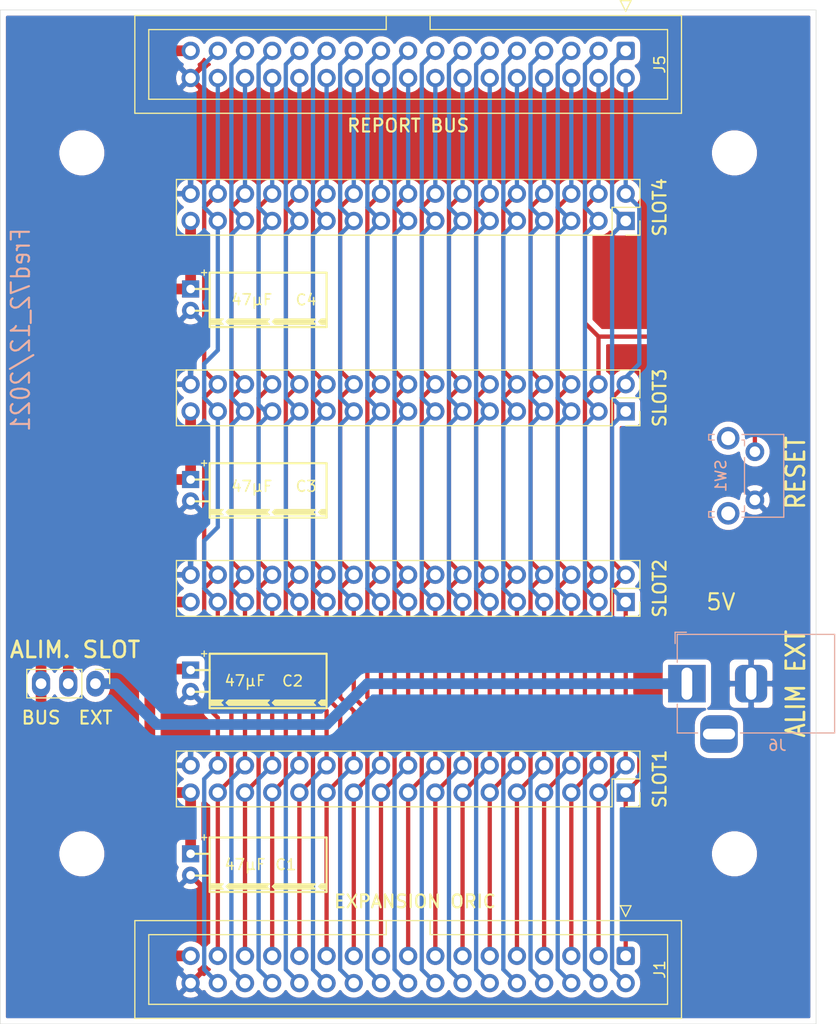
<source format=kicad_pcb>
(kicad_pcb (version 20171130) (host pcbnew "(5.1.10)-1")
  (title_block (title "PLATINE BUS ORIC") (date 2021-12-27) (rev 1.0))
  (layers (0 F.Cu signal) (31 B.Cu signal) (34 B.Paste user) (35 F.Paste user) (36 B.SilkS user) (37 F.SilkS user) (38 B.Mask user) (39 F.Mask user) (44 Edge.Cuts user))
  (net 0 "")
  (net 1 GND)
  (net 2 /A11)
  (net 3 /A12)
  (net 4 /A13)
  (net 5 /A14)
  (net 6 /A15)
  (net 7 /D7)
  (net 8 /A4)
  (net 9 /D4)
  (net 10 /D3)
  (net 11 /D6)
  (net 12 /D1)
  (net 13 /D0)
  (net 14 /~IRQ)
  (net 15 /~IOCTRL)
  (net 16 /~RESET)
  (net 17 /~ROMDIS)
  (net 18 /A10)
  (net 19 /A9)
  (net 20 /A8)
  (net 21 /A7)
  (net 22 /A6)
  (net 23 /A5)
  (net 24 /D5)
  (net 25 /A2)
  (net 26 /A1)
  (net 27 /A0)
  (net 28 /A3)
  (net 29 /D2)
  (net 30 /R_~W)
  (net 31 /~IO)
  (net 32 /PHI2)
  (net 33 /~MAP)
  (net 34 +5VA)
  (net 35 +5V)
  (net 36 "Net-(J6-Pad1)")
  (module Capacitor_THT:CP_Radial_D5.0mm_P2.00mm_Horizontal (layer F.Cu) (at 118.745 58.42 270)
    (fp_text reference C4 (at 1.016 -10.795) (layer F.SilkS))
    (fp_text value 47µF (at 1 -5.715 180) (layer F.SilkS))
    (pad 2 thru_hole circle (at 2 0 270) (size 1.6 1.6) (drill 0.8) (layers *.Cu *.Mask) (net 1 GND))
    (pad 1 thru_hole rect (at 0 0 270) (size 1.6 1.6) (drill 0.8) (layers *.Cu *.Mask) (net 34 +5VA))
  )
  (module Capacitor_THT:CP_Radial_D5.0mm_P2.00mm_Horizontal (layer F.Cu) (at 118.745 76.2 270)
    (fp_text reference C3 (at 0.635 -10.795) (layer F.SilkS))
    (fp_text value 47µF (at 0.635 -5.715 180) (layer F.SilkS))
    (pad 2 thru_hole circle (at 2 0 270) (size 1.6 1.6) (drill 0.8) (layers *.Cu *.Mask) (net 1 GND))
    (pad 1 thru_hole rect (at 0 0 270) (size 1.6 1.6) (drill 0.8) (layers *.Cu *.Mask) (net 34 +5VA))
  )
  (module Connector_IDC:IDC-Header_2x17_P2.54mm_Vertical (layer F.Cu) (at 159.385 36.195 270)
    (fp_text reference J5 (at 1.27 -3.175 90) (layer F.SilkS))
    (fp_text value "REPORT BUS" (at 6.985 20.32 180) (layer F.SilkS) (effects (font (size 1.2 1.2) (thickness 0.2))))
    (pad 34 thru_hole circle (at 2.54 40.64 270) (size 1.7 1.7) (drill 1) (layers *.Cu *.Mask) (net 1 GND))
    (pad 32 thru_hole circle (at 2.54 38.1 270) (size 1.7 1.7) (drill 1) (layers *.Cu *.Mask) (net 2 /A11))
    (pad 30 thru_hole circle (at 2.54 35.56 270) (size 1.7 1.7) (drill 1) (layers *.Cu *.Mask) (net 3 /A12))
    (pad 28 thru_hole circle (at 2.54 33.02 270) (size 1.7 1.7) (drill 1) (layers *.Cu *.Mask) (net 4 /A13))
    (pad 26 thru_hole circle (at 2.54 30.48 270) (size 1.7 1.7) (drill 1) (layers *.Cu *.Mask) (net 5 /A14))
    (pad 24 thru_hole circle (at 2.54 27.94 270) (size 1.7 1.7) (drill 1) (layers *.Cu *.Mask) (net 6 /A15))
    (pad 22 thru_hole circle (at 2.54 25.4 270) (size 1.7 1.7) (drill 1) (layers *.Cu *.Mask) (net 7 /D7))
    (pad 20 thru_hole circle (at 2.54 22.86 270) (size 1.7 1.7) (drill 1) (layers *.Cu *.Mask) (net 8 /A4))
    (pad 18 thru_hole circle (at 2.54 20.32 270) (size 1.7 1.7) (drill 1) (layers *.Cu *.Mask) (net 9 /D4))
    (pad 16 thru_hole circle (at 2.54 17.78 270) (size 1.7 1.7) (drill 1) (layers *.Cu *.Mask) (net 10 /D3))
    (pad 14 thru_hole circle (at 2.54 15.24 270) (size 1.7 1.7) (drill 1) (layers *.Cu *.Mask) (net 11 /D6))
    (pad 12 thru_hole circle (at 2.54 12.7 270) (size 1.7 1.7) (drill 1) (layers *.Cu *.Mask) (net 12 /D1))
    (pad 10 thru_hole circle (at 2.54 10.16 270) (size 1.7 1.7) (drill 1) (layers *.Cu *.Mask) (net 13 /D0))
    (pad 8 thru_hole circle (at 2.54 7.62 270) (size 1.7 1.7) (drill 1) (layers *.Cu *.Mask) (net 14 /~IRQ))
    (pad 6 thru_hole circle (at 2.54 5.08 270) (size 1.7 1.7) (drill 1) (layers *.Cu *.Mask) (net 15 /~IOCTRL))
    (pad 4 thru_hole circle (at 2.54 2.54 270) (size 1.7 1.7) (drill 1) (layers *.Cu *.Mask) (net 16 /~RESET))
    (pad 2 thru_hole circle (at 2.54 0 270) (size 1.7 1.7) (drill 1) (layers *.Cu *.Mask) (net 17 /~ROMDIS))
    (pad 33 thru_hole circle (at 0 40.64 270) (size 1.7 1.7) (drill 1) (layers *.Cu *.Mask) (net 35 +5V))
    (pad 31 thru_hole circle (at 0 38.1 270) (size 1.7 1.7) (drill 1) (layers *.Cu *.Mask) (net 18 /A10))
    (pad 29 thru_hole circle (at 0 35.56 270) (size 1.7 1.7) (drill 1) (layers *.Cu *.Mask) (net 19 /A9))
    (pad 27 thru_hole circle (at 0 33.02 270) (size 1.7 1.7) (drill 1) (layers *.Cu *.Mask) (net 20 /A8))
    (pad 25 thru_hole circle (at 0 30.48 270) (size 1.7 1.7) (drill 1) (layers *.Cu *.Mask) (net 21 /A7))
    (pad 23 thru_hole circle (at 0 27.94 270) (size 1.7 1.7) (drill 1) (layers *.Cu *.Mask) (net 22 /A6))
    (pad 21 thru_hole circle (at 0 25.4 270) (size 1.7 1.7) (drill 1) (layers *.Cu *.Mask) (net 23 /A5))
    (pad 19 thru_hole circle (at 0 22.86 270) (size 1.7 1.7) (drill 1) (layers *.Cu *.Mask) (net 24 /D5))
    (pad 17 thru_hole circle (at 0 20.32 270) (size 1.7 1.7) (drill 1) (layers *.Cu *.Mask) (net 25 /A2))
    (pad 15 thru_hole circle (at 0 17.78 270) (size 1.7 1.7) (drill 1) (layers *.Cu *.Mask) (net 26 /A1))
    (pad 13 thru_hole circle (at 0 15.24 270) (size 1.7 1.7) (drill 1) (layers *.Cu *.Mask) (net 27 /A0))
    (pad 11 thru_hole circle (at 0 12.7 270) (size 1.7 1.7) (drill 1) (layers *.Cu *.Mask) (net 28 /A3))
    (pad 9 thru_hole circle (at 0 10.16 270) (size 1.7 1.7) (drill 1) (layers *.Cu *.Mask) (net 29 /D2))
    (pad 7 thru_hole circle (at 0 7.62 270) (size 1.7 1.7) (drill 1) (layers *.Cu *.Mask) (net 30 /R_~W))
    (pad 5 thru_hole circle (at 0 5.08 270) (size 1.7 1.7) (drill 1) (layers *.Cu *.Mask) (net 31 /~IO))
    (pad 3 thru_hole circle (at 0 2.54 270) (size 1.7 1.7) (drill 1) (layers *.Cu *.Mask) (net 32 /PHI2))
    (pad 1 thru_hole roundrect (at 0 0 270) (size 1.7 1.7) (drill 1) (layers *.Cu *.Mask) (roundrect_rratio 0.1470588235294118) (net 33 /~MAP))
  )
  (module Connector_PinSocket_2.54mm:PinSocket_2x17_P2.54mm_Vertical (layer F.Cu) (at 159.385 52.07 270)
    (fp_text reference J7 hide)
    (fp_text value SLOT4 (at -1.27 -3.175 90) (layer F.SilkS) (effects (font (size 1.2 1.2) (thickness 0.2))))
    (pad 34 thru_hole oval (at -2.54 40.64 270) (size 1.7 1.7) (drill 1) (layers *.Cu *.Mask) (net 1 GND))
    (pad 33 thru_hole oval (at 0 40.64 270) (size 1.7 1.7) (drill 1) (layers *.Cu *.Mask) (net 34 +5VA))
    (pad 32 thru_hole oval (at -2.54 38.1 270) (size 1.7 1.7) (drill 1) (layers *.Cu *.Mask) (net 2 /A11))
    (pad 31 thru_hole oval (at 0 38.1 270) (size 1.7 1.7) (drill 1) (layers *.Cu *.Mask) (net 18 /A10))
    (pad 30 thru_hole oval (at -2.54 35.56 270) (size 1.7 1.7) (drill 1) (layers *.Cu *.Mask) (net 3 /A12))
    (pad 29 thru_hole oval (at 0 35.56 270) (size 1.7 1.7) (drill 1) (layers *.Cu *.Mask) (net 19 /A9))
    (pad 28 thru_hole oval (at -2.54 33.02 270) (size 1.7 1.7) (drill 1) (layers *.Cu *.Mask) (net 4 /A13))
    (pad 27 thru_hole oval (at 0 33.02 270) (size 1.7 1.7) (drill 1) (layers *.Cu *.Mask) (net 20 /A8))
    (pad 26 thru_hole oval (at -2.54 30.48 270) (size 1.7 1.7) (drill 1) (layers *.Cu *.Mask) (net 5 /A14))
    (pad 25 thru_hole oval (at 0 30.48 270) (size 1.7 1.7) (drill 1) (layers *.Cu *.Mask) (net 21 /A7))
    (pad 24 thru_hole oval (at -2.54 27.94 270) (size 1.7 1.7) (drill 1) (layers *.Cu *.Mask) (net 6 /A15))
    (pad 23 thru_hole oval (at 0 27.94 270) (size 1.7 1.7) (drill 1) (layers *.Cu *.Mask) (net 22 /A6))
    (pad 22 thru_hole oval (at -2.54 25.4 270) (size 1.7 1.7) (drill 1) (layers *.Cu *.Mask) (net 7 /D7))
    (pad 21 thru_hole oval (at 0 25.4 270) (size 1.7 1.7) (drill 1) (layers *.Cu *.Mask) (net 23 /A5))
    (pad 20 thru_hole oval (at -2.54 22.86 270) (size 1.7 1.7) (drill 1) (layers *.Cu *.Mask) (net 8 /A4))
    (pad 19 thru_hole oval (at 0 22.86 270) (size 1.7 1.7) (drill 1) (layers *.Cu *.Mask) (net 24 /D5))
    (pad 18 thru_hole oval (at -2.54 20.32 270) (size 1.7 1.7) (drill 1) (layers *.Cu *.Mask) (net 9 /D4))
    (pad 17 thru_hole oval (at 0 20.32 270) (size 1.7 1.7) (drill 1) (layers *.Cu *.Mask) (net 25 /A2))
    (pad 16 thru_hole oval (at -2.54 17.78 270) (size 1.7 1.7) (drill 1) (layers *.Cu *.Mask) (net 10 /D3))
    (pad 15 thru_hole oval (at 0 17.78 270) (size 1.7 1.7) (drill 1) (layers *.Cu *.Mask) (net 26 /A1))
    (pad 14 thru_hole oval (at -2.54 15.24 270) (size 1.7 1.7) (drill 1) (layers *.Cu *.Mask) (net 11 /D6))
    (pad 13 thru_hole oval (at 0 15.24 270) (size 1.7 1.7) (drill 1) (layers *.Cu *.Mask) (net 27 /A0))
    (pad 12 thru_hole oval (at -2.54 12.7 270) (size 1.7 1.7) (drill 1) (layers *.Cu *.Mask) (net 12 /D1))
    (pad 11 thru_hole oval (at 0 12.7 270) (size 1.7 1.7) (drill 1) (layers *.Cu *.Mask) (net 28 /A3))
    (pad 10 thru_hole oval (at -2.54 10.16 270) (size 1.7 1.7) (drill 1) (layers *.Cu *.Mask) (net 13 /D0))
    (pad 9 thru_hole oval (at 0 10.16 270) (size 1.7 1.7) (drill 1) (layers *.Cu *.Mask) (net 29 /D2))
    (pad 8 thru_hole oval (at -2.54 7.62 270) (size 1.7 1.7) (drill 1) (layers *.Cu *.Mask) (net 14 /~IRQ))
    (pad 7 thru_hole oval (at 0 7.62 270) (size 1.7 1.7) (drill 1) (layers *.Cu *.Mask) (net 30 /R_~W))
    (pad 6 thru_hole oval (at -2.54 5.08 270) (size 1.7 1.7) (drill 1) (layers *.Cu *.Mask) (net 15 /~IOCTRL))
    (pad 5 thru_hole oval (at 0 5.08 270) (size 1.7 1.7) (drill 1) (layers *.Cu *.Mask) (net 31 /~IO))
    (pad 4 thru_hole oval (at -2.54 2.54 270) (size 1.7 1.7) (drill 1) (layers *.Cu *.Mask) (net 16 /~RESET))
    (pad 3 thru_hole oval (at 0 2.54 270) (size 1.7 1.7) (drill 1) (layers *.Cu *.Mask) (net 32 /PHI2))
    (pad 2 thru_hole oval (at -2.54 0 270) (size 1.7 1.7) (drill 1) (layers *.Cu *.Mask) (net 17 /~ROMDIS))
    (pad 1 thru_hole rect (at 0 0 270) (size 1.7 1.7) (drill 1) (layers *.Cu *.Mask) (net 33 /~MAP))
  )
  (module Capacitor_THT:CP_Radial_D5.0mm_P2.00mm_Horizontal (layer F.Cu) (at 118.745 111.125 270)
    (fp_text reference C1 (at 1.016 -8.89) (layer F.SilkS))
    (fp_text value 47µF (at 1 -5.08 180) (layer F.SilkS))
    (pad 2 thru_hole circle (at 2 0 270) (size 1.6 1.6) (drill 0.8) (layers *.Cu *.Mask) (net 1 GND))
    (pad 1 thru_hole rect (at 0 0 270) (size 1.6 1.6) (drill 0.8) (layers *.Cu *.Mask) (net 34 +5VA))
  )
  (module Capacitor_THT:CP_Radial_D5.0mm_P2.00mm_Horizontal (layer F.Cu) (at 118.745 93.98 270)
    (fp_text reference C2 (at 1.016 -9.525) (layer F.SilkS))
    (fp_text value 47µF (at 1 -5.08 180) (layer F.SilkS))
    (pad 2 thru_hole circle (at 2 0 270) (size 1.6 1.6) (drill 0.8) (layers *.Cu *.Mask) (net 1 GND))
    (pad 1 thru_hole rect (at 0 0 270) (size 1.6 1.6) (drill 0.8) (layers *.Cu *.Mask) (net 34 +5VA))
  )
  (module Button_Switch_THT:SW_Tactile_SPST_Angled_PTS645Vx39-2LFS (layer B.Cu) (at 171.45 78.105 90)
    (fp_text reference SW1 (at 2.25 -3.175 -90) (layer B.SilkS) (effects (justify mirror)))
    (fp_text value SW_Push)
    (pad "" thru_hole circle (at -1.25 -2.49 90) (size 2.1 2.1) (drill 1.3) (layers *.Cu *.Mask))
    (pad 1 thru_hole circle (at 0 0 90) (size 1.75 1.75) (drill 0.99) (layers *.Cu *.Mask) (net 1 GND))
    (pad 2 thru_hole circle (at 4.5 0 90) (size 1.75 1.75) (drill 0.99) (layers *.Cu *.Mask) (net 16 /~RESET))
    (pad "" thru_hole circle (at 5.76 -2.49 90) (size 2.1 2.1) (drill 1.3) (layers *.Cu *.Mask))
  )
  (module Connector_PinSocket_2.54mm:PinSocket_2x17_P2.54mm_Vertical (layer F.Cu) (at 159.385 69.85 270)
    (fp_text reference J4 hide)
    (fp_text value SLOT3 (at -1.27 -3.175 90) (layer F.SilkS) (effects (font (size 1.2 1.2) (thickness 0.2))))
    (pad 34 thru_hole oval (at -2.54 40.64 270) (size 1.7 1.7) (drill 1) (layers *.Cu *.Mask) (net 1 GND))
    (pad 33 thru_hole oval (at 0 40.64 270) (size 1.7 1.7) (drill 1) (layers *.Cu *.Mask) (net 34 +5VA))
    (pad 32 thru_hole oval (at -2.54 38.1 270) (size 1.7 1.7) (drill 1) (layers *.Cu *.Mask) (net 2 /A11))
    (pad 31 thru_hole oval (at 0 38.1 270) (size 1.7 1.7) (drill 1) (layers *.Cu *.Mask) (net 18 /A10))
    (pad 30 thru_hole oval (at -2.54 35.56 270) (size 1.7 1.7) (drill 1) (layers *.Cu *.Mask) (net 3 /A12))
    (pad 29 thru_hole oval (at 0 35.56 270) (size 1.7 1.7) (drill 1) (layers *.Cu *.Mask) (net 19 /A9))
    (pad 28 thru_hole oval (at -2.54 33.02 270) (size 1.7 1.7) (drill 1) (layers *.Cu *.Mask) (net 4 /A13))
    (pad 27 thru_hole oval (at 0 33.02 270) (size 1.7 1.7) (drill 1) (layers *.Cu *.Mask) (net 20 /A8))
    (pad 26 thru_hole oval (at -2.54 30.48 270) (size 1.7 1.7) (drill 1) (layers *.Cu *.Mask) (net 5 /A14))
    (pad 25 thru_hole oval (at 0 30.48 270) (size 1.7 1.7) (drill 1) (layers *.Cu *.Mask) (net 21 /A7))
    (pad 24 thru_hole oval (at -2.54 27.94 270) (size 1.7 1.7) (drill 1) (layers *.Cu *.Mask) (net 6 /A15))
    (pad 23 thru_hole oval (at 0 27.94 270) (size 1.7 1.7) (drill 1) (layers *.Cu *.Mask) (net 22 /A6))
    (pad 22 thru_hole oval (at -2.54 25.4 270) (size 1.7 1.7) (drill 1) (layers *.Cu *.Mask) (net 7 /D7))
    (pad 21 thru_hole oval (at 0 25.4 270) (size 1.7 1.7) (drill 1) (layers *.Cu *.Mask) (net 23 /A5))
    (pad 20 thru_hole oval (at -2.54 22.86 270) (size 1.7 1.7) (drill 1) (layers *.Cu *.Mask) (net 8 /A4))
    (pad 19 thru_hole oval (at 0 22.86 270) (size 1.7 1.7) (drill 1) (layers *.Cu *.Mask) (net 24 /D5))
    (pad 18 thru_hole oval (at -2.54 20.32 270) (size 1.7 1.7) (drill 1) (layers *.Cu *.Mask) (net 9 /D4))
    (pad 17 thru_hole oval (at 0 20.32 270) (size 1.7 1.7) (drill 1) (layers *.Cu *.Mask) (net 25 /A2))
    (pad 16 thru_hole oval (at -2.54 17.78 270) (size 1.7 1.7) (drill 1) (layers *.Cu *.Mask) (net 10 /D3))
    (pad 15 thru_hole oval (at 0 17.78 270) (size 1.7 1.7) (drill 1) (layers *.Cu *.Mask) (net 26 /A1))
    (pad 14 thru_hole oval (at -2.54 15.24 270) (size 1.7 1.7) (drill 1) (layers *.Cu *.Mask) (net 11 /D6))
    (pad 13 thru_hole oval (at 0 15.24 270) (size 1.7 1.7) (drill 1) (layers *.Cu *.Mask) (net 27 /A0))
    (pad 12 thru_hole oval (at -2.54 12.7 270) (size 1.7 1.7) (drill 1) (layers *.Cu *.Mask) (net 12 /D1))
    (pad 11 thru_hole oval (at 0 12.7 270) (size 1.7 1.7) (drill 1) (layers *.Cu *.Mask) (net 28 /A3))
    (pad 10 thru_hole oval (at -2.54 10.16 270) (size 1.7 1.7) (drill 1) (layers *.Cu *.Mask) (net 13 /D0))
    (pad 9 thru_hole oval (at 0 10.16 270) (size 1.7 1.7) (drill 1) (layers *.Cu *.Mask) (net 29 /D2))
    (pad 8 thru_hole oval (at -2.54 7.62 270) (size 1.7 1.7) (drill 1) (layers *.Cu *.Mask) (net 14 /~IRQ))
    (pad 7 thru_hole oval (at 0 7.62 270) (size 1.7 1.7) (drill 1) (layers *.Cu *.Mask) (net 30 /R_~W))
    (pad 6 thru_hole oval (at -2.54 5.08 270) (size 1.7 1.7) (drill 1) (layers *.Cu *.Mask) (net 15 /~IOCTRL))
    (pad 5 thru_hole oval (at 0 5.08 270) (size 1.7 1.7) (drill 1) (layers *.Cu *.Mask) (net 31 /~IO))
    (pad 4 thru_hole oval (at -2.54 2.54 270) (size 1.7 1.7) (drill 1) (layers *.Cu *.Mask) (net 16 /~RESET))
    (pad 3 thru_hole oval (at 0 2.54 270) (size 1.7 1.7) (drill 1) (layers *.Cu *.Mask) (net 32 /PHI2))
    (pad 2 thru_hole oval (at -2.54 0 270) (size 1.7 1.7) (drill 1) (layers *.Cu *.Mask) (net 17 /~ROMDIS))
    (pad 1 thru_hole rect (at 0 0 270) (size 1.7 1.7) (drill 1) (layers *.Cu *.Mask) (net 33 /~MAP))
  )
  (module Connector_PinSocket_2.54mm:PinSocket_2x17_P2.54mm_Vertical (layer F.Cu) (at 159.385 87.63 270)
    (fp_text reference J3 hide)
    (fp_text value SLOT2 (at -1.27 -3.175 90) (layer F.SilkS) (effects (font (size 1.2 1.2) (thickness 0.2))))
    (pad 34 thru_hole oval (at -2.54 40.64 270) (size 1.7 1.7) (drill 1) (layers *.Cu *.Mask) (net 1 GND))
    (pad 33 thru_hole oval (at 0 40.64 270) (size 1.7 1.7) (drill 1) (layers *.Cu *.Mask) (net 34 +5VA))
    (pad 32 thru_hole oval (at -2.54 38.1 270) (size 1.7 1.7) (drill 1) (layers *.Cu *.Mask) (net 2 /A11))
    (pad 31 thru_hole oval (at 0 38.1 270) (size 1.7 1.7) (drill 1) (layers *.Cu *.Mask) (net 18 /A10))
    (pad 30 thru_hole oval (at -2.54 35.56 270) (size 1.7 1.7) (drill 1) (layers *.Cu *.Mask) (net 3 /A12))
    (pad 29 thru_hole oval (at 0 35.56 270) (size 1.7 1.7) (drill 1) (layers *.Cu *.Mask) (net 19 /A9))
    (pad 28 thru_hole oval (at -2.54 33.02 270) (size 1.7 1.7) (drill 1) (layers *.Cu *.Mask) (net 4 /A13))
    (pad 27 thru_hole oval (at 0 33.02 270) (size 1.7 1.7) (drill 1) (layers *.Cu *.Mask) (net 20 /A8))
    (pad 26 thru_hole oval (at -2.54 30.48 270) (size 1.7 1.7) (drill 1) (layers *.Cu *.Mask) (net 5 /A14))
    (pad 25 thru_hole oval (at 0 30.48 270) (size 1.7 1.7) (drill 1) (layers *.Cu *.Mask) (net 21 /A7))
    (pad 24 thru_hole oval (at -2.54 27.94 270) (size 1.7 1.7) (drill 1) (layers *.Cu *.Mask) (net 6 /A15))
    (pad 23 thru_hole oval (at 0 27.94 270) (size 1.7 1.7) (drill 1) (layers *.Cu *.Mask) (net 22 /A6))
    (pad 22 thru_hole oval (at -2.54 25.4 270) (size 1.7 1.7) (drill 1) (layers *.Cu *.Mask) (net 7 /D7))
    (pad 21 thru_hole oval (at 0 25.4 270) (size 1.7 1.7) (drill 1) (layers *.Cu *.Mask) (net 23 /A5))
    (pad 20 thru_hole oval (at -2.54 22.86 270) (size 1.7 1.7) (drill 1) (layers *.Cu *.Mask) (net 8 /A4))
    (pad 19 thru_hole oval (at 0 22.86 270) (size 1.7 1.7) (drill 1) (layers *.Cu *.Mask) (net 24 /D5))
    (pad 18 thru_hole oval (at -2.54 20.32 270) (size 1.7 1.7) (drill 1) (layers *.Cu *.Mask) (net 9 /D4))
    (pad 17 thru_hole oval (at 0 20.32 270) (size 1.7 1.7) (drill 1) (layers *.Cu *.Mask) (net 25 /A2))
    (pad 16 thru_hole oval (at -2.54 17.78 270) (size 1.7 1.7) (drill 1) (layers *.Cu *.Mask) (net 10 /D3))
    (pad 15 thru_hole oval (at 0 17.78 270) (size 1.7 1.7) (drill 1) (layers *.Cu *.Mask) (net 26 /A1))
    (pad 14 thru_hole oval (at -2.54 15.24 270) (size 1.7 1.7) (drill 1) (layers *.Cu *.Mask) (net 11 /D6))
    (pad 13 thru_hole oval (at 0 15.24 270) (size 1.7 1.7) (drill 1) (layers *.Cu *.Mask) (net 27 /A0))
    (pad 12 thru_hole oval (at -2.54 12.7 270) (size 1.7 1.7) (drill 1) (layers *.Cu *.Mask) (net 12 /D1))
    (pad 11 thru_hole oval (at 0 12.7 270) (size 1.7 1.7) (drill 1) (layers *.Cu *.Mask) (net 28 /A3))
    (pad 10 thru_hole oval (at -2.54 10.16 270) (size 1.7 1.7) (drill 1) (layers *.Cu *.Mask) (net 13 /D0))
    (pad 9 thru_hole oval (at 0 10.16 270) (size 1.7 1.7) (drill 1) (layers *.Cu *.Mask) (net 29 /D2))
    (pad 8 thru_hole oval (at -2.54 7.62 270) (size 1.7 1.7) (drill 1) (layers *.Cu *.Mask) (net 14 /~IRQ))
    (pad 7 thru_hole oval (at 0 7.62 270) (size 1.7 1.7) (drill 1) (layers *.Cu *.Mask) (net 30 /R_~W))
    (pad 6 thru_hole oval (at -2.54 5.08 270) (size 1.7 1.7) (drill 1) (layers *.Cu *.Mask) (net 15 /~IOCTRL))
    (pad 5 thru_hole oval (at 0 5.08 270) (size 1.7 1.7) (drill 1) (layers *.Cu *.Mask) (net 31 /~IO))
    (pad 4 thru_hole oval (at -2.54 2.54 270) (size 1.7 1.7) (drill 1) (layers *.Cu *.Mask) (net 16 /~RESET))
    (pad 3 thru_hole oval (at 0 2.54 270) (size 1.7 1.7) (drill 1) (layers *.Cu *.Mask) (net 32 /PHI2))
    (pad 2 thru_hole oval (at -2.54 0 270) (size 1.7 1.7) (drill 1) (layers *.Cu *.Mask) (net 17 /~ROMDIS))
    (pad 1 thru_hole rect (at 0 0 270) (size 1.7 1.7) (drill 1) (layers *.Cu *.Mask) (net 33 /~MAP))
  )
  (module Connector_PinSocket_2.54mm:PinSocket_2x17_P2.54mm_Vertical (layer F.Cu) (at 159.385 105.41 270)
    (fp_text reference J2 hide)
    (fp_text value SLOT1 (at -1.27 -3.175 90) (layer F.SilkS) (effects (font (size 1.2 1.2) (thickness 0.2))))
    (pad 34 thru_hole oval (at -2.54 40.64 270) (size 1.7 1.7) (drill 1) (layers *.Cu *.Mask) (net 1 GND))
    (pad 33 thru_hole oval (at 0 40.64 270) (size 1.7 1.7) (drill 1) (layers *.Cu *.Mask) (net 34 +5VA))
    (pad 32 thru_hole oval (at -2.54 38.1 270) (size 1.7 1.7) (drill 1) (layers *.Cu *.Mask) (net 2 /A11))
    (pad 31 thru_hole oval (at 0 38.1 270) (size 1.7 1.7) (drill 1) (layers *.Cu *.Mask) (net 18 /A10))
    (pad 30 thru_hole oval (at -2.54 35.56 270) (size 1.7 1.7) (drill 1) (layers *.Cu *.Mask) (net 3 /A12))
    (pad 29 thru_hole oval (at 0 35.56 270) (size 1.7 1.7) (drill 1) (layers *.Cu *.Mask) (net 19 /A9))
    (pad 28 thru_hole oval (at -2.54 33.02 270) (size 1.7 1.7) (drill 1) (layers *.Cu *.Mask) (net 4 /A13))
    (pad 27 thru_hole oval (at 0 33.02 270) (size 1.7 1.7) (drill 1) (layers *.Cu *.Mask) (net 20 /A8))
    (pad 26 thru_hole oval (at -2.54 30.48 270) (size 1.7 1.7) (drill 1) (layers *.Cu *.Mask) (net 5 /A14))
    (pad 25 thru_hole oval (at 0 30.48 270) (size 1.7 1.7) (drill 1) (layers *.Cu *.Mask) (net 21 /A7))
    (pad 24 thru_hole oval (at -2.54 27.94 270) (size 1.7 1.7) (drill 1) (layers *.Cu *.Mask) (net 6 /A15))
    (pad 23 thru_hole oval (at 0 27.94 270) (size 1.7 1.7) (drill 1) (layers *.Cu *.Mask) (net 22 /A6))
    (pad 22 thru_hole oval (at -2.54 25.4 270) (size 1.7 1.7) (drill 1) (layers *.Cu *.Mask) (net 7 /D7))
    (pad 21 thru_hole oval (at 0 25.4 270) (size 1.7 1.7) (drill 1) (layers *.Cu *.Mask) (net 23 /A5))
    (pad 20 thru_hole oval (at -2.54 22.86 270) (size 1.7 1.7) (drill 1) (layers *.Cu *.Mask) (net 8 /A4))
    (pad 19 thru_hole oval (at 0 22.86 270) (size 1.7 1.7) (drill 1) (layers *.Cu *.Mask) (net 24 /D5))
    (pad 18 thru_hole oval (at -2.54 20.32 270) (size 1.7 1.7) (drill 1) (layers *.Cu *.Mask) (net 9 /D4))
    (pad 17 thru_hole oval (at 0 20.32 270) (size 1.7 1.7) (drill 1) (layers *.Cu *.Mask) (net 25 /A2))
    (pad 16 thru_hole oval (at -2.54 17.78 270) (size 1.7 1.7) (drill 1) (layers *.Cu *.Mask) (net 10 /D3))
    (pad 15 thru_hole oval (at 0 17.78 270) (size 1.7 1.7) (drill 1) (layers *.Cu *.Mask) (net 26 /A1))
    (pad 14 thru_hole oval (at -2.54 15.24 270) (size 1.7 1.7) (drill 1) (layers *.Cu *.Mask) (net 11 /D6))
    (pad 13 thru_hole oval (at 0 15.24 270) (size 1.7 1.7) (drill 1) (layers *.Cu *.Mask) (net 27 /A0))
    (pad 12 thru_hole oval (at -2.54 12.7 270) (size 1.7 1.7) (drill 1) (layers *.Cu *.Mask) (net 12 /D1))
    (pad 11 thru_hole oval (at 0 12.7 270) (size 1.7 1.7) (drill 1) (layers *.Cu *.Mask) (net 28 /A3))
    (pad 10 thru_hole oval (at -2.54 10.16 270) (size 1.7 1.7) (drill 1) (layers *.Cu *.Mask) (net 13 /D0))
    (pad 9 thru_hole oval (at 0 10.16 270) (size 1.7 1.7) (drill 1) (layers *.Cu *.Mask) (net 29 /D2))
    (pad 8 thru_hole oval (at -2.54 7.62 270) (size 1.7 1.7) (drill 1) (layers *.Cu *.Mask) (net 14 /~IRQ))
    (pad 7 thru_hole oval (at 0 7.62 270) (size 1.7 1.7) (drill 1) (layers *.Cu *.Mask) (net 30 /R_~W))
    (pad 6 thru_hole oval (at -2.54 5.08 270) (size 1.7 1.7) (drill 1) (layers *.Cu *.Mask) (net 15 /~IOCTRL))
    (pad 5 thru_hole oval (at 0 5.08 270) (size 1.7 1.7) (drill 1) (layers *.Cu *.Mask) (net 31 /~IO))
    (pad 4 thru_hole oval (at -2.54 2.54 270) (size 1.7 1.7) (drill 1) (layers *.Cu *.Mask) (net 16 /~RESET))
    (pad 3 thru_hole oval (at 0 2.54 270) (size 1.7 1.7) (drill 1) (layers *.Cu *.Mask) (net 32 /PHI2))
    (pad 2 thru_hole oval (at -2.54 0 270) (size 1.7 1.7) (drill 1) (layers *.Cu *.Mask) (net 17 /~ROMDIS))
    (pad 1 thru_hole rect (at 0 0 270) (size 1.7 1.7) (drill 1) (layers *.Cu *.Mask) (net 33 /~MAP))
  )
  (module Connector_BarrelJack:BarrelJack_Horizontal (layer B.Cu) (at 165.1 95.25 180)
    (fp_text reference J6 (at -8.45 -5.75) (layer B.SilkS) (effects (justify mirror)))
    (fp_text value 5V)
    (pad 3 thru_hole roundrect (at -3 -4.7 180) (size 3.5 3.5) (drill oval 3 1) (layers *.Cu *.Mask))
    (pad 2 thru_hole roundrect (at -6 0 180) (size 3 3.5) (drill oval 1 3) (layers *.Cu *.Mask) (net 1 GND))
    (pad 1 thru_hole rect (at 0 0 180) (size 3.5 3.5) (drill oval 1 3) (layers *.Cu *.Mask) (net 36 "Net-(J6-Pad1)"))
  )
  (module MountingHole:MountingHole_3.2mm_M3 (layer F.Cu) (at 169.545 45.72)
    (fp_text reference H4 hide)
    (fp_text value MountingHole)
    (pad 1 np_thru_hole circle (at 0 0) (size 3.2 3.2) (drill 3.2) (layers *.Cu *.Mask))
  )
  (module Connector_PinHeader_2.54mm:PinHeader_1x03_P2.54mm_Vertical (layer F.Cu) (at 109.855 95.25 270)
    (fp_text reference JP1 hide)
    (fp_text value Jumper_3_Open)
    (pad 3 thru_hole oval (at 0 5.08 270) (size 2.4 1.7) (drill 1) (layers *.Cu *.Mask) (net 35 +5V))
    (pad 2 thru_hole oval (at 0 2.54 270) (size 2.4 1.7) (drill 1) (layers *.Cu *.Mask) (net 34 +5VA))
    (pad 1 thru_hole oval (at 0 0 270) (size 2.4 1.7) (drill 1) (layers *.Cu *.Mask) (net 36 "Net-(J6-Pad1)"))
  )
  (module MountingHole:MountingHole_3.2mm_M3 (layer F.Cu) (at 169.545 111.125)
    (fp_text reference H3 hide)
    (fp_text value MountingHole)
    (pad 1 np_thru_hole circle (at 0 0) (size 3.2 3.2) (drill 3.2) (layers *.Cu *.Mask))
  )
  (module MountingHole:MountingHole_3.2mm_M3 (layer F.Cu) (at 108.585 111.125)
    (fp_text reference H2 hide)
    (fp_text value MountingHole)
    (pad 1 np_thru_hole circle (at 0 0) (size 3.2 3.2) (drill 3.2) (layers *.Cu *.Mask))
  )
  (module MountingHole:MountingHole_3.2mm_M3 (layer F.Cu) (at 108.585 45.72)
    (fp_text reference H1 hide)
    (fp_text value MountingHole)
    (pad 1 np_thru_hole circle (at 0 0) (size 3.2 3.2) (drill 3.2) (layers *.Cu *.Mask))
  )
  (module Connector_IDC:IDC-Header_2x17_P2.54mm_Vertical (layer F.Cu) (at 159.385 120.65 270)
    (fp_text reference J1 (at 1.27 -3.175 90) (layer F.SilkS))
    (fp_text value "EXPANSION ORIC" (at -5.08 19.685 180) (layer F.SilkS) (effects (font (size 1.2 1.2) (thickness 0.2))))
    (pad 34 thru_hole circle (at 2.54 40.64 270) (size 1.7 1.7) (drill 1) (layers *.Cu *.Mask) (net 1 GND))
    (pad 32 thru_hole circle (at 2.54 38.1 270) (size 1.7 1.7) (drill 1) (layers *.Cu *.Mask) (net 2 /A11))
    (pad 30 thru_hole circle (at 2.54 35.56 270) (size 1.7 1.7) (drill 1) (layers *.Cu *.Mask) (net 3 /A12))
    (pad 28 thru_hole circle (at 2.54 33.02 270) (size 1.7 1.7) (drill 1) (layers *.Cu *.Mask) (net 4 /A13))
    (pad 26 thru_hole circle (at 2.54 30.48 270) (size 1.7 1.7) (drill 1) (layers *.Cu *.Mask) (net 5 /A14))
    (pad 24 thru_hole circle (at 2.54 27.94 270) (size 1.7 1.7) (drill 1) (layers *.Cu *.Mask) (net 6 /A15))
    (pad 22 thru_hole circle (at 2.54 25.4 270) (size 1.7 1.7) (drill 1) (layers *.Cu *.Mask) (net 7 /D7))
    (pad 20 thru_hole circle (at 2.54 22.86 270) (size 1.7 1.7) (drill 1) (layers *.Cu *.Mask) (net 8 /A4))
    (pad 18 thru_hole circle (at 2.54 20.32 270) (size 1.7 1.7) (drill 1) (layers *.Cu *.Mask) (net 9 /D4))
    (pad 16 thru_hole circle (at 2.54 17.78 270) (size 1.7 1.7) (drill 1) (layers *.Cu *.Mask) (net 10 /D3))
    (pad 14 thru_hole circle (at 2.54 15.24 270) (size 1.7 1.7) (drill 1) (layers *.Cu *.Mask) (net 11 /D6))
    (pad 12 thru_hole circle (at 2.54 12.7 270) (size 1.7 1.7) (drill 1) (layers *.Cu *.Mask) (net 12 /D1))
    (pad 10 thru_hole circle (at 2.54 10.16 270) (size 1.7 1.7) (drill 1) (layers *.Cu *.Mask) (net 13 /D0))
    (pad 8 thru_hole circle (at 2.54 7.62 270) (size 1.7 1.7) (drill 1) (layers *.Cu *.Mask) (net 14 /~IRQ))
    (pad 6 thru_hole circle (at 2.54 5.08 270) (size 1.7 1.7) (drill 1) (layers *.Cu *.Mask) (net 15 /~IOCTRL))
    (pad 4 thru_hole circle (at 2.54 2.54 270) (size 1.7 1.7) (drill 1) (layers *.Cu *.Mask) (net 16 /~RESET))
    (pad 2 thru_hole circle (at 2.54 0 270) (size 1.7 1.7) (drill 1) (layers *.Cu *.Mask) (net 17 /~ROMDIS))
    (pad 33 thru_hole circle (at 0 40.64 270) (size 1.7 1.7) (drill 1) (layers *.Cu *.Mask) (net 35 +5V))
    (pad 31 thru_hole circle (at 0 38.1 270) (size 1.7 1.7) (drill 1) (layers *.Cu *.Mask) (net 18 /A10))
    (pad 29 thru_hole circle (at 0 35.56 270) (size 1.7 1.7) (drill 1) (layers *.Cu *.Mask) (net 19 /A9))
    (pad 27 thru_hole circle (at 0 33.02 270) (size 1.7 1.7) (drill 1) (layers *.Cu *.Mask) (net 20 /A8))
    (pad 25 thru_hole circle (at 0 30.48 270) (size 1.7 1.7) (drill 1) (layers *.Cu *.Mask) (net 21 /A7))
    (pad 23 thru_hole circle (at 0 27.94 270) (size 1.7 1.7) (drill 1) (layers *.Cu *.Mask) (net 22 /A6))
    (pad 21 thru_hole circle (at 0 25.4 270) (size 1.7 1.7) (drill 1) (layers *.Cu *.Mask) (net 23 /A5))
    (pad 19 thru_hole circle (at 0 22.86 270) (size 1.7 1.7) (drill 1) (layers *.Cu *.Mask) (net 24 /D5))
    (pad 17 thru_hole circle (at 0 20.32 270) (size 1.7 1.7) (drill 1) (layers *.Cu *.Mask) (net 25 /A2))
    (pad 15 thru_hole circle (at 0 17.78 270) (size 1.7 1.7) (drill 1) (layers *.Cu *.Mask) (net 26 /A1))
    (pad 13 thru_hole circle (at 0 15.24 270) (size 1.7 1.7) (drill 1) (layers *.Cu *.Mask) (net 27 /A0))
    (pad 11 thru_hole circle (at 0 12.7 270) (size 1.7 1.7) (drill 1) (layers *.Cu *.Mask) (net 28 /A3))
    (pad 9 thru_hole circle (at 0 10.16 270) (size 1.7 1.7) (drill 1) (layers *.Cu *.Mask) (net 29 /D2))
    (pad 7 thru_hole circle (at 0 7.62 270) (size 1.7 1.7) (drill 1) (layers *.Cu *.Mask) (net 30 /R_~W))
    (pad 5 thru_hole circle (at 0 5.08 270) (size 1.7 1.7) (drill 1) (layers *.Cu *.Mask) (net 31 /~IO))
    (pad 3 thru_hole circle (at 0 2.54 270) (size 1.7 1.7) (drill 1) (layers *.Cu *.Mask) (net 32 /PHI2))
    (pad 1 thru_hole roundrect (at 0 0 270) (size 1.7 1.7) (drill 1) (layers *.Cu *.Mask) (roundrect_rratio 0.1470588235294118) (net 33 /~MAP))
  )
  (gr_line (start 177.165 32.385) (end 177.165 127) (layer Edge.Cuts) (width 0.05))
  (gr_line (start 100.965 32.385) (end 100.965 127) (layer Edge.Cuts) (width 0.05))
  (gr_line (start 100.965 32.385) (end 177.165 32.385) (layer Edge.Cuts) (width 0.05))
  (gr_line (start 177.165 127) (end 100.965 127) (layer Edge.Cuts) (width 0.05))
  (gr_text "ALIM EXT" (at 175.26 95.25 90) (layer F.SilkS) (effects (font (size 1.7 1.5) (thickness 0.25))))
  (gr_text RESET (at 175.26 75.565 90) (layer F.SilkS) (effects (font (size 1.7 1.5) (thickness 0.25))))
  (gr_text Fred72_12/2021 (at 102.87 62.23 90) (layer B.SilkS) (effects (font (size 1.7 1.5) (thickness 0.2)) (justify mirror)))
  (gr_text 5V (at 168.275 87.63) (layer F.SilkS) (effects (font (size 1.5 1.5) (thickness 0.2))))
  (gr_text BUS (at 104.775 98.425) (layer F.SilkS) (effects (font (size 1.2 1.2) (thickness 0.2))))
  (gr_text EXT (at 109.855 98.425) (layer F.SilkS) (effects (font (size 1.2 1.2) (thickness 0.2))))
  (gr_text "ALIM. SLOT" (at 107.95 92.075) (layer F.SilkS) (effects (font (size 1.5 1.5) (thickness 0.25))))
  (segment (start 121.285 38.735) (end 121.285 49.53) (width 0.4) (layer B.Cu) (net 2))
  (segment (start 121.285 49.53) (end 120.015 50.8) (width 0.4) (layer F.Cu) (net 2))
  (segment (start 120.015 50.8) (end 120.015 66.04) (width 0.4) (layer F.Cu) (net 2))
  (segment (start 120.015 66.04) (end 121.285 67.31) (width 0.4) (layer F.Cu) (net 2))
  (segment (start 121.285 85.09) (end 120.015 83.82) (width 0.4) (layer F.Cu) (net 2))
  (segment (start 120.015 83.82) (end 120.015 68.58) (width 0.4) (layer F.Cu) (net 2))
  (segment (start 120.015 68.58) (end 121.285 67.31) (width 0.4) (layer F.Cu) (net 2))
  (segment (start 120.65 97.79) (end 121.285 98.425) (width 0.4) (layer F.Cu) (net 2))
  (segment (start 120.65 90.17) (end 120.65 97.79) (width 0.4) (layer F.Cu) (net 2))
  (segment (start 120.015 89.535) (end 120.65 90.17) (width 0.4) (layer F.Cu) (net 2))
  (segment (start 120.015 86.36) (end 120.015 89.535) (width 0.4) (layer F.Cu) (net 2))
  (segment (start 121.285 98.425) (end 121.285 102.87) (width 0.4) (layer F.Cu) (net 2))
  (segment (start 121.285 85.09) (end 120.015 86.36) (width 0.4) (layer F.Cu) (net 2))
  (segment (start 121.285 123.19) (end 120.015 121.92) (width 0.4) (layer B.Cu) (net 2))
  (segment (start 120.015 121.92) (end 120.015 104.14) (width 0.4) (layer B.Cu) (net 2))
  (segment (start 120.015 104.14) (end 121.285 102.87) (width 0.4) (layer B.Cu) (net 2))
  (segment (start 123.825 38.735) (end 123.825 49.53) (width 0.4) (layer B.Cu) (net 3))
  (segment (start 123.825 67.31) (end 122.555 66.04) (width 0.4) (layer F.Cu) (net 3))
  (segment (start 122.555 66.04) (end 122.555 50.8) (width 0.4) (layer F.Cu) (net 3))
  (segment (start 122.555 50.8) (end 123.825 49.53) (width 0.4) (layer F.Cu) (net 3))
  (segment (start 122.555 86.36) (end 123.825 85.09) (width 0.4) (layer F.Cu) (net 3))
  (segment (start 123.825 67.31) (end 122.555 68.58) (width 0.4) (layer F.Cu) (net 3))
  (segment (start 122.555 68.58) (end 122.555 83.82) (width 0.4) (layer F.Cu) (net 3))
  (segment (start 122.555 83.82) (end 123.825 85.09) (width 0.4) (layer F.Cu) (net 3))
  (segment (start 122.555 96.52) (end 123.825 97.79) (width 0.4) (layer F.Cu) (net 3))
  (segment (start 122.555 96.52) (end 122.555 86.36) (width 0.4) (layer F.Cu) (net 3))
  (segment (start 123.825 97.79) (end 123.825 102.87) (width 0.4) (layer F.Cu) (net 3))
  (segment (start 123.825 102.87) (end 122.555 104.14) (width 0.4) (layer B.Cu) (net 3))
  (segment (start 122.555 104.14) (end 122.555 121.92) (width 0.4) (layer B.Cu) (net 3))
  (segment (start 122.555 121.92) (end 123.825 123.19) (width 0.4) (layer B.Cu) (net 3))
  (segment (start 126.365 38.735) (end 126.365 49.53) (width 0.4) (layer B.Cu) (net 4))
  (segment (start 126.365 49.53) (end 125.095 50.8) (width 0.4) (layer F.Cu) (net 4))
  (segment (start 125.095 50.8) (end 125.095 66.04) (width 0.4) (layer F.Cu) (net 4))
  (segment (start 125.095 66.04) (end 126.365 67.31) (width 0.4) (layer F.Cu) (net 4))
  (segment (start 125.095 86.36) (end 126.365 85.09) (width 0.4) (layer F.Cu) (net 4))
  (segment (start 126.365 85.09) (end 125.095 83.82) (width 0.4) (layer F.Cu) (net 4))
  (segment (start 125.095 83.82) (end 125.095 68.58) (width 0.4) (layer F.Cu) (net 4))
  (segment (start 125.095 68.58) (end 126.365 67.31) (width 0.4) (layer F.Cu) (net 4))
  (segment (start 125.095 96.52) (end 126.365 97.79) (width 0.4) (layer F.Cu) (net 4))
  (segment (start 125.095 96.52) (end 125.095 86.36) (width 0.4) (layer F.Cu) (net 4))
  (segment (start 126.365 97.79) (end 126.365 102.87) (width 0.4) (layer F.Cu) (net 4))
  (segment (start 125.095 104.14) (end 126.365 102.87) (width 0.4) (layer B.Cu) (net 4))
  (segment (start 125.095 121.92) (end 125.095 104.14) (width 0.4) (layer B.Cu) (net 4))
  (segment (start 126.365 123.19) (end 125.095 121.92) (width 0.4) (layer B.Cu) (net 4))
  (segment (start 128.905 38.735) (end 128.905 49.53) (width 0.4) (layer B.Cu) (net 5))
  (segment (start 128.905 49.53) (end 127.635 50.8) (width 0.4) (layer F.Cu) (net 5))
  (segment (start 127.635 50.8) (end 127.635 66.04) (width 0.4) (layer F.Cu) (net 5))
  (segment (start 127.635 66.04) (end 128.905 67.31) (width 0.4) (layer F.Cu) (net 5))
  (segment (start 128.905 67.31) (end 127.635 68.58) (width 0.4) (layer F.Cu) (net 5))
  (segment (start 127.635 68.58) (end 127.635 83.82) (width 0.4) (layer F.Cu) (net 5))
  (segment (start 127.635 83.82) (end 128.905 85.09) (width 0.4) (layer F.Cu) (net 5))
  (segment (start 128.905 85.09) (end 127.635 86.36) (width 0.4) (layer F.Cu) (net 5))
  (segment (start 127.635 86.36) (end 127.635 96.52) (width 0.4) (layer F.Cu) (net 5))
  (segment (start 127.635 96.52) (end 128.905 97.79) (width 0.4) (layer F.Cu) (net 5))
  (segment (start 128.905 97.79) (end 128.905 102.87) (width 0.4) (layer F.Cu) (net 5))
  (segment (start 128.905 102.87) (end 127.635 104.14) (width 0.4) (layer B.Cu) (net 5))
  (segment (start 127.635 104.14) (end 127.635 121.92) (width 0.4) (layer B.Cu) (net 5))
  (segment (start 127.635 121.92) (end 128.905 123.19) (width 0.4) (layer B.Cu) (net 5))
  (segment (start 131.445 38.735) (end 131.445 49.53) (width 0.4) (layer B.Cu) (net 6))
  (segment (start 131.445 67.31) (end 130.175 66.04) (width 0.4) (layer F.Cu) (net 6))
  (segment (start 130.175 66.04) (end 130.175 50.8) (width 0.4) (layer F.Cu) (net 6))
  (segment (start 130.175 50.8) (end 131.445 49.53) (width 0.4) (layer F.Cu) (net 6))
  (segment (start 131.445 85.09) (end 130.175 86.36) (width 0.4) (layer F.Cu) (net 6))
  (segment (start 130.175 68.58) (end 131.445 67.31) (width 0.4) (layer F.Cu) (net 6))
  (segment (start 130.175 83.82) (end 130.175 68.58) (width 0.4) (layer F.Cu) (net 6))
  (segment (start 131.445 85.09) (end 130.175 83.82) (width 0.4) (layer F.Cu) (net 6))
  (segment (start 130.175 96.52) (end 131.445 97.79) (width 0.4) (layer F.Cu) (net 6))
  (segment (start 130.175 86.36) (end 130.175 96.52) (width 0.4) (layer F.Cu) (net 6))
  (segment (start 131.445 97.79) (end 131.445 102.87) (width 0.4) (layer F.Cu) (net 6))
  (segment (start 131.445 123.19) (end 130.175 121.92) (width 0.4) (layer B.Cu) (net 6))
  (segment (start 130.175 121.92) (end 130.175 104.14) (width 0.4) (layer B.Cu) (net 6))
  (segment (start 130.175 104.14) (end 131.445 102.87) (width 0.4) (layer B.Cu) (net 6))
  (segment (start 133.985 38.735) (end 133.985 49.53) (width 0.4) (layer B.Cu) (net 7))
  (segment (start 132.715 86.36) (end 133.985 85.09) (width 0.4) (layer F.Cu) (net 7))
  (segment (start 133.985 67.31) (end 132.715 68.58) (width 0.4) (layer F.Cu) (net 7))
  (segment (start 132.715 68.58) (end 132.715 83.82) (width 0.4) (layer F.Cu) (net 7))
  (segment (start 132.715 83.82) (end 133.985 85.09) (width 0.4) (layer F.Cu) (net 7))
  (segment (start 133.985 49.53) (end 132.715 50.8) (width 0.4) (layer F.Cu) (net 7))
  (segment (start 132.715 50.8) (end 132.715 66.04) (width 0.4) (layer F.Cu) (net 7))
  (segment (start 132.715 66.04) (end 133.985 67.31) (width 0.4) (layer F.Cu) (net 7))
  (segment (start 132.715 96.52) (end 133.985 97.79) (width 0.4) (layer F.Cu) (net 7))
  (segment (start 132.715 96.52) (end 132.715 86.36) (width 0.4) (layer F.Cu) (net 7))
  (segment (start 133.985 97.79) (end 133.985 102.87) (width 0.4) (layer F.Cu) (net 7))
  (segment (start 133.985 102.87) (end 132.715 104.14) (width 0.4) (layer B.Cu) (net 7))
  (segment (start 132.715 104.14) (end 132.715 121.92) (width 0.4) (layer B.Cu) (net 7))
  (segment (start 132.715 121.92) (end 133.985 123.19) (width 0.4) (layer B.Cu) (net 7))
  (segment (start 136.525 49.53) (end 136.525 38.735) (width 0.4) (layer B.Cu) (net 8))
  (segment (start 136.525 49.53) (end 135.255 50.8) (width 0.4) (layer F.Cu) (net 8))
  (segment (start 135.255 50.8) (end 135.255 66.04) (width 0.4) (layer F.Cu) (net 8))
  (segment (start 135.255 66.04) (end 136.525 67.31) (width 0.4) (layer F.Cu) (net 8))
  (segment (start 136.525 67.31) (end 135.255 68.58) (width 0.4) (layer F.Cu) (net 8))
  (segment (start 135.255 68.58) (end 135.255 83.82) (width 0.4) (layer F.Cu) (net 8))
  (segment (start 135.255 83.82) (end 136.525 85.09) (width 0.4) (layer F.Cu) (net 8))
  (segment (start 136.525 85.09) (end 135.255 86.36) (width 0.4) (layer F.Cu) (net 8))
  (segment (start 135.255 96.52) (end 136.525 97.79) (width 0.4) (layer F.Cu) (net 8))
  (segment (start 135.255 86.36) (end 135.255 96.52) (width 0.4) (layer F.Cu) (net 8))
  (segment (start 136.525 97.79) (end 136.525 102.87) (width 0.4) (layer F.Cu) (net 8))
  (segment (start 136.525 102.87) (end 135.255 104.14) (width 0.4) (layer B.Cu) (net 8))
  (segment (start 135.255 104.14) (end 135.255 121.92) (width 0.4) (layer B.Cu) (net 8))
  (segment (start 135.255 121.92) (end 136.525 123.19) (width 0.4) (layer B.Cu) (net 8))
  (segment (start 139.065 38.735) (end 139.065 49.53) (width 0.4) (layer B.Cu) (net 9))
  (segment (start 139.065 67.31) (end 137.795 66.04) (width 0.4) (layer F.Cu) (net 9))
  (segment (start 137.795 66.04) (end 137.795 50.8) (width 0.4) (layer F.Cu) (net 9))
  (segment (start 137.795 50.8) (end 139.065 49.53) (width 0.4) (layer F.Cu) (net 9))
  (segment (start 139.065 67.31) (end 137.795 68.58) (width 0.4) (layer F.Cu) (net 9))
  (segment (start 137.795 68.58) (end 137.795 83.82) (width 0.4) (layer F.Cu) (net 9))
  (segment (start 137.795 83.82) (end 139.065 85.09) (width 0.4) (layer F.Cu) (net 9))
  (segment (start 137.795 121.92) (end 139.065 123.19) (width 0.4) (layer B.Cu) (net 9))
  (segment (start 137.795 104.14) (end 137.795 121.92) (width 0.4) (layer B.Cu) (net 9))
  (segment (start 139.065 102.87) (end 137.795 104.14) (width 0.4) (layer B.Cu) (net 9))
  (segment (start 139.065 85.09) (end 137.795 86.36) (width 0.4) (layer F.Cu) (net 9))
  (segment (start 137.795 86.36) (end 137.795 96.52) (width 0.4) (layer F.Cu) (net 9))
  (segment (start 137.795 96.52) (end 139.065 97.79) (width 0.4) (layer F.Cu) (net 9))
  (segment (start 139.065 97.79) (end 139.065 102.87) (width 0.4) (layer F.Cu) (net 9))
  (segment (start 141.605 49.53) (end 141.605 38.735) (width 0.4) (layer B.Cu) (net 10))
  (segment (start 141.605 49.53) (end 140.335 50.8) (width 0.4) (layer F.Cu) (net 10))
  (segment (start 140.335 50.8) (end 140.335 66.04) (width 0.4) (layer F.Cu) (net 10))
  (segment (start 140.335 66.04) (end 141.605 67.31) (width 0.4) (layer F.Cu) (net 10))
  (segment (start 141.605 85.09) (end 140.335 83.82) (width 0.4) (layer F.Cu) (net 10))
  (segment (start 140.335 83.82) (end 140.335 68.58) (width 0.4) (layer F.Cu) (net 10))
  (segment (start 140.335 68.58) (end 141.605 67.31) (width 0.4) (layer F.Cu) (net 10))
  (segment (start 141.605 123.19) (end 140.335 121.92) (width 0.4) (layer B.Cu) (net 10))
  (segment (start 140.335 121.92) (end 140.335 104.14) (width 0.4) (layer B.Cu) (net 10))
  (segment (start 140.335 104.14) (end 141.605 102.87) (width 0.4) (layer B.Cu) (net 10))
  (segment (start 141.605 85.09) (end 140.335 86.36) (width 0.4) (layer F.Cu) (net 10))
  (segment (start 141.605 97.79) (end 140.335 96.52) (width 0.4) (layer F.Cu) (net 10))
  (segment (start 141.605 102.87) (end 141.605 97.79) (width 0.4) (layer F.Cu) (net 10))
  (segment (start 140.335 86.36) (end 140.335 96.52) (width 0.4) (layer F.Cu) (net 10))
  (segment (start 144.145 38.735) (end 144.145 49.53) (width 0.4) (layer B.Cu) (net 11))
  (segment (start 144.145 67.31) (end 142.875 66.04) (width 0.4) (layer F.Cu) (net 11))
  (segment (start 142.875 66.04) (end 142.875 50.8) (width 0.4) (layer F.Cu) (net 11))
  (segment (start 142.875 50.8) (end 144.145 49.53) (width 0.4) (layer F.Cu) (net 11))
  (segment (start 144.145 67.31) (end 142.875 68.58) (width 0.4) (layer F.Cu) (net 11))
  (segment (start 142.875 68.58) (end 142.875 83.82) (width 0.4) (layer F.Cu) (net 11))
  (segment (start 142.875 83.82) (end 144.145 85.09) (width 0.4) (layer F.Cu) (net 11))
  (segment (start 142.875 121.92) (end 144.145 123.19) (width 0.4) (layer B.Cu) (net 11))
  (segment (start 142.875 104.14) (end 142.875 121.92) (width 0.4) (layer B.Cu) (net 11))
  (segment (start 144.145 102.87) (end 142.875 104.14) (width 0.4) (layer B.Cu) (net 11))
  (segment (start 144.145 97.79) (end 144.145 102.87) (width 0.4) (layer F.Cu) (net 11))
  (segment (start 142.875 86.36) (end 142.875 96.52) (width 0.4) (layer F.Cu) (net 11))
  (segment (start 142.875 96.52) (end 144.145 97.79) (width 0.4) (layer F.Cu) (net 11))
  (segment (start 144.145 85.09) (end 142.875 86.36) (width 0.4) (layer F.Cu) (net 11))
  (segment (start 146.685 49.53) (end 146.685 38.735) (width 0.4) (layer B.Cu) (net 12))
  (segment (start 146.685 49.53) (end 145.415 50.8) (width 0.4) (layer F.Cu) (net 12))
  (segment (start 145.415 50.8) (end 145.415 66.04) (width 0.4) (layer F.Cu) (net 12))
  (segment (start 145.415 66.04) (end 146.685 67.31) (width 0.4) (layer F.Cu) (net 12))
  (segment (start 146.685 85.09) (end 145.415 83.82) (width 0.4) (layer F.Cu) (net 12))
  (segment (start 145.415 83.82) (end 145.415 68.58) (width 0.4) (layer F.Cu) (net 12))
  (segment (start 145.415 68.58) (end 146.685 67.31) (width 0.4) (layer F.Cu) (net 12))
  (segment (start 146.685 102.87) (end 145.415 104.14) (width 0.4) (layer B.Cu) (net 12))
  (segment (start 145.415 104.14) (end 145.415 121.92) (width 0.4) (layer B.Cu) (net 12))
  (segment (start 145.415 121.92) (end 146.685 123.19) (width 0.4) (layer B.Cu) (net 12))
  (segment (start 146.685 102.87) (end 146.685 97.79) (width 0.4) (layer F.Cu) (net 12))
  (segment (start 146.685 97.79) (end 145.415 96.52) (width 0.4) (layer F.Cu) (net 12))
  (segment (start 145.415 86.36) (end 146.685 85.09) (width 0.4) (layer F.Cu) (net 12))
  (segment (start 145.415 96.52) (end 145.415 86.36) (width 0.4) (layer F.Cu) (net 12))
  (segment (start 149.225 38.735) (end 149.225 49.53) (width 0.4) (layer B.Cu) (net 13))
  (segment (start 147.955 50.8) (end 149.225 49.53) (width 0.4) (layer F.Cu) (net 13))
  (segment (start 147.955 66.04) (end 147.955 50.8) (width 0.4) (layer F.Cu) (net 13))
  (segment (start 149.225 67.31) (end 147.955 66.04) (width 0.4) (layer F.Cu) (net 13))
  (segment (start 147.955 86.36) (end 149.225 85.09) (width 0.4) (layer F.Cu) (net 13))
  (segment (start 149.225 67.31) (end 147.955 68.58) (width 0.4) (layer F.Cu) (net 13))
  (segment (start 147.955 68.58) (end 147.955 83.82) (width 0.4) (layer F.Cu) (net 13))
  (segment (start 147.955 83.82) (end 149.225 85.09) (width 0.4) (layer F.Cu) (net 13))
  (segment (start 147.955 96.52) (end 149.225 97.79) (width 0.4) (layer F.Cu) (net 13))
  (segment (start 147.955 96.52) (end 147.955 86.36) (width 0.4) (layer F.Cu) (net 13))
  (segment (start 149.225 97.79) (end 149.225 102.87) (width 0.4) (layer F.Cu) (net 13))
  (segment (start 147.955 121.92) (end 149.225 123.19) (width 0.4) (layer B.Cu) (net 13))
  (segment (start 147.955 104.14) (end 147.955 121.92) (width 0.4) (layer B.Cu) (net 13))
  (segment (start 149.225 102.87) (end 147.955 104.14) (width 0.4) (layer B.Cu) (net 13))
  (segment (start 151.765 49.53) (end 151.765 38.735) (width 0.4) (layer B.Cu) (net 14))
  (segment (start 151.765 85.09) (end 150.495 86.36) (width 0.4) (layer F.Cu) (net 14))
  (segment (start 151.765 85.09) (end 150.495 83.82) (width 0.4) (layer F.Cu) (net 14))
  (segment (start 150.495 83.82) (end 150.495 68.58) (width 0.4) (layer F.Cu) (net 14))
  (segment (start 150.495 68.58) (end 151.765 67.31) (width 0.4) (layer F.Cu) (net 14))
  (segment (start 151.765 49.53) (end 150.495 50.8) (width 0.4) (layer F.Cu) (net 14))
  (segment (start 150.495 50.8) (end 150.495 66.04) (width 0.4) (layer F.Cu) (net 14))
  (segment (start 150.495 66.04) (end 151.765 67.31) (width 0.4) (layer F.Cu) (net 14))
  (segment (start 150.495 96.52) (end 151.765 97.79) (width 0.4) (layer F.Cu) (net 14))
  (segment (start 150.495 86.36) (end 150.495 96.52) (width 0.4) (layer F.Cu) (net 14))
  (segment (start 151.765 97.79) (end 151.765 102.87) (width 0.4) (layer F.Cu) (net 14))
  (segment (start 151.765 123.19) (end 150.495 121.92) (width 0.4) (layer B.Cu) (net 14))
  (segment (start 150.495 121.92) (end 150.495 104.14) (width 0.4) (layer B.Cu) (net 14))
  (segment (start 150.495 104.14) (end 151.765 102.87) (width 0.4) (layer B.Cu) (net 14))
  (segment (start 154.305 38.735) (end 154.305 49.53) (width 0.4) (layer B.Cu) (net 15))
  (segment (start 153.035 86.36) (end 154.305 85.09) (width 0.4) (layer F.Cu) (net 15))
  (segment (start 154.305 67.31) (end 153.035 68.58) (width 0.4) (layer F.Cu) (net 15))
  (segment (start 153.035 68.58) (end 153.035 83.82) (width 0.4) (layer F.Cu) (net 15))
  (segment (start 153.035 83.82) (end 154.305 85.09) (width 0.4) (layer F.Cu) (net 15))
  (segment (start 153.035 50.8) (end 154.305 49.53) (width 0.4) (layer F.Cu) (net 15))
  (segment (start 153.035 66.04) (end 153.035 50.8) (width 0.4) (layer F.Cu) (net 15))
  (segment (start 154.305 67.31) (end 153.035 66.04) (width 0.4) (layer F.Cu) (net 15))
  (segment (start 153.035 96.52) (end 154.305 97.79) (width 0.4) (layer F.Cu) (net 15))
  (segment (start 153.035 96.52) (end 153.035 86.36) (width 0.4) (layer F.Cu) (net 15))
  (segment (start 154.305 97.79) (end 154.305 102.87) (width 0.4) (layer F.Cu) (net 15))
  (segment (start 154.305 102.87) (end 153.035 104.14) (width 0.4) (layer B.Cu) (net 15))
  (segment (start 153.035 104.14) (end 153.035 121.92) (width 0.4) (layer B.Cu) (net 15))
  (segment (start 153.035 121.92) (end 154.305 123.19) (width 0.4) (layer B.Cu) (net 15))
  (segment (start 156.845 123.19) (end 156.845 122.555) (width 0.4) (layer F.Cu) (net 16))
  (segment (start 156.845 49.53) (end 156.845 38.735) (width 0.4) (layer B.Cu) (net 16))
  (segment (start 156.845 85.09) (end 155.575 86.36) (width 0.4) (layer F.Cu) (net 16))
  (segment (start 156.845 85.09) (end 155.575 83.82) (width 0.4) (layer F.Cu) (net 16))
  (segment (start 155.575 83.82) (end 155.575 68.58) (width 0.4) (layer F.Cu) (net 16))
  (segment (start 155.575 68.58) (end 156.845 67.31) (width 0.4) (layer F.Cu) (net 16))
  (segment (start 156.845 49.53) (end 155.575 50.8) (width 0.4) (layer F.Cu) (net 16))
  (segment (start 155.575 86.36) (end 155.575 96.52) (width 0.4) (layer F.Cu) (net 16))
  (segment (start 155.575 96.52) (end 156.845 97.79) (width 0.4) (layer F.Cu) (net 16))
  (segment (start 156.845 97.79) (end 156.845 102.87) (width 0.4) (layer F.Cu) (net 16))
  (segment (start 156.845 123.19) (end 155.575 121.92) (width 0.4) (layer B.Cu) (net 16))
  (segment (start 155.575 121.92) (end 155.575 104.14) (width 0.4) (layer B.Cu) (net 16))
  (segment (start 155.575 104.14) (end 156.845 102.87) (width 0.4) (layer B.Cu) (net 16))
  (segment (start 156.845 62.865) (end 155.575 61.595) (width 0.4) (layer F.Cu) (net 16))
  (segment (start 156.845 67.31) (end 156.845 62.865) (width 0.4) (layer F.Cu) (net 16))
  (segment (start 155.575 50.8) (end 155.575 61.595) (width 0.4) (layer F.Cu) (net 16))
  (segment (start 156.845 62.865) (end 165.735 62.865) (width 0.4) (layer F.Cu) (net 16))
  (segment (start 171.45 68.58) (end 171.45 73.605) (width 0.4) (layer F.Cu) (net 16))
  (segment (start 165.735 62.865) (end 171.45 68.58) (width 0.4) (layer F.Cu) (net 16))
  (segment (start 159.385 38.735) (end 159.385 49.53) (width 0.4) (layer B.Cu) (net 17))
  (segment (start 158.115 86.36) (end 159.385 85.09) (width 0.4) (layer F.Cu) (net 17))
  (segment (start 159.385 67.31) (end 158.115 68.58) (width 0.4) (layer F.Cu) (net 17))
  (segment (start 158.115 68.58) (end 158.115 83.82) (width 0.4) (layer F.Cu) (net 17))
  (segment (start 158.115 83.82) (end 159.385 85.09) (width 0.4) (layer F.Cu) (net 17))
  (segment (start 158.115 96.52) (end 159.385 97.79) (width 0.4) (layer F.Cu) (net 17))
  (segment (start 158.115 96.52) (end 158.115 86.36) (width 0.4) (layer F.Cu) (net 17))
  (segment (start 159.385 97.79) (end 159.385 102.87) (width 0.4) (layer F.Cu) (net 17))
  (segment (start 159.385 102.87) (end 158.115 104.14) (width 0.4) (layer B.Cu) (net 17))
  (segment (start 158.115 104.14) (end 158.115 121.92) (width 0.4) (layer B.Cu) (net 17))
  (segment (start 158.115 121.92) (end 158.75 122.555) (width 0.4) (layer B.Cu) (net 17))
  (segment (start 158.75 122.555) (end 159.385 123.19) (width 0.4) (layer B.Cu) (net 17))
  (segment (start 159.385 67.31) (end 159.385 66.675) (width 0.4) (layer B.Cu) (net 17))
  (segment (start 159.385 66.675) (end 160.655 65.405) (width 0.4) (layer B.Cu) (net 17))
  (segment (start 160.655 50.8) (end 160.02 50.165) (width 0.4) (layer B.Cu) (net 17))
  (segment (start 160.655 65.405) (end 160.655 50.8) (width 0.4) (layer B.Cu) (net 17))
  (segment (start 159.385 49.53) (end 160.02 50.165) (width 0.4) (layer B.Cu) (net 17))
  (segment (start 120.015 86.36) (end 121.285 87.63) (width 0.4) (layer B.Cu) (net 18))
  (segment (start 121.285 52.07) (end 121.285 64.135) (width 0.4) (layer B.Cu) (net 18))
  (segment (start 121.285 64.135) (end 120.015 65.405) (width 0.4) (layer B.Cu) (net 18))
  (segment (start 120.015 68.58) (end 121.285 69.85) (width 0.4) (layer B.Cu) (net 18))
  (segment (start 120.015 65.405) (end 120.015 68.58) (width 0.4) (layer B.Cu) (net 18))
  (segment (start 121.285 80.645) (end 120.015 81.915) (width 0.4) (layer B.Cu) (net 18))
  (segment (start 121.285 69.85) (end 121.285 80.645) (width 0.4) (layer B.Cu) (net 18))
  (segment (start 120.015 81.915) (end 120.015 86.36) (width 0.4) (layer B.Cu) (net 18))
  (segment (start 121.285 36.195) (end 120.015 37.465) (width 0.4) (layer B.Cu) (net 18))
  (segment (start 120.015 37.465) (end 120.015 50.8) (width 0.4) (layer B.Cu) (net 18))
  (segment (start 120.015 50.8) (end 121.285 52.07) (width 0.4) (layer B.Cu) (net 18))
  (segment (start 121.285 105.41) (end 122.555 104.14) (width 0.4) (layer F.Cu) (net 18))
  (segment (start 122.555 104.14) (end 122.555 97.79) (width 0.4) (layer F.Cu) (net 18))
  (segment (start 122.555 97.79) (end 121.285 96.52) (width 0.4) (layer F.Cu) (net 18))
  (segment (start 121.285 96.52) (end 121.285 87.63) (width 0.4) (layer F.Cu) (net 18))
  (segment (start 121.285 105.41) (end 121.285 120.65) (width 0.4) (layer F.Cu) (net 18))
  (segment (start 123.825 87.63) (end 123.19 87.63) (width 0.4) (layer B.Cu) (net 19))
  (segment (start 123.825 87.63) (end 122.555 86.36) (width 0.4) (layer B.Cu) (net 19))
  (segment (start 122.555 86.36) (end 122.555 71.12) (width 0.4) (layer B.Cu) (net 19))
  (segment (start 122.555 71.12) (end 123.825 69.85) (width 0.4) (layer B.Cu) (net 19))
  (segment (start 123.825 52.07) (end 123.825 52.705) (width 0.4) (layer B.Cu) (net 19))
  (segment (start 123.825 52.07) (end 122.555 53.34) (width 0.4) (layer B.Cu) (net 19))
  (segment (start 122.555 53.34) (end 122.555 68.58) (width 0.4) (layer B.Cu) (net 19))
  (segment (start 122.555 68.58) (end 123.825 69.85) (width 0.4) (layer B.Cu) (net 19))
  (segment (start 123.825 52.07) (end 122.555 50.8) (width 0.4) (layer B.Cu) (net 19))
  (segment (start 122.555 50.8) (end 122.555 37.465) (width 0.4) (layer B.Cu) (net 19))
  (segment (start 122.555 37.465) (end 123.825 36.195) (width 0.4) (layer B.Cu) (net 19))
  (segment (start 123.825 87.63) (end 123.825 96.52) (width 0.4) (layer F.Cu) (net 19))
  (segment (start 123.825 96.52) (end 125.095 97.79) (width 0.4) (layer F.Cu) (net 19))
  (segment (start 125.095 104.14) (end 123.825 105.41) (width 0.4) (layer F.Cu) (net 19))
  (segment (start 125.095 97.79) (end 125.095 104.14) (width 0.4) (layer F.Cu) (net 19))
  (segment (start 123.825 120.65) (end 123.825 105.41) (width 0.4) (layer F.Cu) (net 19))
  (segment (start 126.365 69.85) (end 125.095 71.12) (width 0.4) (layer B.Cu) (net 20))
  (segment (start 125.095 71.12) (end 125.095 86.36) (width 0.4) (layer B.Cu) (net 20))
  (segment (start 125.095 86.36) (end 126.365 87.63) (width 0.4) (layer B.Cu) (net 20))
  (segment (start 126.365 69.85) (end 125.73 69.85) (width 0.4) (layer B.Cu) (net 20))
  (segment (start 125.73 69.85) (end 125.095 69.215) (width 0.4) (layer B.Cu) (net 20))
  (segment (start 125.095 53.34) (end 126.365 52.07) (width 0.4) (layer B.Cu) (net 20))
  (segment (start 125.095 69.215) (end 125.095 53.34) (width 0.4) (layer B.Cu) (net 20))
  (segment (start 126.365 36.195) (end 125.095 37.465) (width 0.4) (layer B.Cu) (net 20))
  (segment (start 125.095 37.465) (end 125.095 50.8) (width 0.4) (layer B.Cu) (net 20))
  (segment (start 125.095 50.8) (end 126.365 52.07) (width 0.4) (layer B.Cu) (net 20))
  (segment (start 126.365 105.41) (end 127.635 104.14) (width 0.4) (layer F.Cu) (net 20))
  (segment (start 127.635 104.14) (end 127.635 97.79) (width 0.4) (layer F.Cu) (net 20))
  (segment (start 127.635 97.79) (end 126.365 96.52) (width 0.4) (layer F.Cu) (net 20))
  (segment (start 126.365 96.52) (end 126.365 87.63) (width 0.4) (layer F.Cu) (net 20))
  (segment (start 126.365 105.41) (end 126.365 120.65) (width 0.4) (layer F.Cu) (net 20))
  (segment (start 127.635 71.12) (end 128.905 69.85) (width 0.4) (layer B.Cu) (net 21))
  (segment (start 127.635 86.36) (end 127.635 71.12) (width 0.4) (layer B.Cu) (net 21))
  (segment (start 128.905 87.63) (end 127.635 86.36) (width 0.4) (layer B.Cu) (net 21))
  (segment (start 128.905 69.85) (end 127.635 68.58) (width 0.4) (layer B.Cu) (net 21))
  (segment (start 127.635 68.58) (end 127.635 53.34) (width 0.4) (layer B.Cu) (net 21))
  (segment (start 127.635 53.34) (end 128.905 52.07) (width 0.4) (layer B.Cu) (net 21))
  (segment (start 128.905 52.07) (end 127.635 50.8) (width 0.4) (layer B.Cu) (net 21))
  (segment (start 127.635 50.8) (end 127.635 37.465) (width 0.4) (layer B.Cu) (net 21))
  (segment (start 127.635 37.465) (end 128.905 36.195) (width 0.4) (layer B.Cu) (net 21))
  (segment (start 128.905 87.63) (end 128.905 96.52) (width 0.4) (layer F.Cu) (net 21))
  (segment (start 128.905 96.52) (end 130.175 97.79) (width 0.4) (layer F.Cu) (net 21))
  (segment (start 130.175 104.14) (end 128.905 105.41) (width 0.4) (layer F.Cu) (net 21))
  (segment (start 130.175 97.79) (end 130.175 104.14) (width 0.4) (layer F.Cu) (net 21))
  (segment (start 128.905 105.41) (end 128.905 120.65) (width 0.4) (layer F.Cu) (net 21))
  (segment (start 131.445 87.63) (end 130.175 86.36) (width 0.4) (layer B.Cu) (net 22))
  (segment (start 130.175 86.36) (end 130.175 71.12) (width 0.4) (layer B.Cu) (net 22))
  (segment (start 130.175 71.12) (end 131.445 69.85) (width 0.4) (layer B.Cu) (net 22))
  (segment (start 130.175 53.34) (end 131.445 52.07) (width 0.4) (layer B.Cu) (net 22))
  (segment (start 130.175 68.58) (end 130.175 53.34) (width 0.4) (layer B.Cu) (net 22))
  (segment (start 131.445 69.85) (end 130.175 68.58) (width 0.4) (layer B.Cu) (net 22))
  (segment (start 131.445 52.07) (end 130.81 52.07) (width 0.4) (layer B.Cu) (net 22))
  (segment (start 131.445 52.07) (end 130.175 50.8) (width 0.4) (layer B.Cu) (net 22))
  (segment (start 130.175 50.8) (end 130.175 37.465) (width 0.4) (layer B.Cu) (net 22))
  (segment (start 130.175 37.465) (end 131.445 36.195) (width 0.4) (layer B.Cu) (net 22))
  (segment (start 131.445 87.63) (end 131.445 96.52) (width 0.4) (layer F.Cu) (net 22))
  (segment (start 131.445 96.52) (end 132.715 97.79) (width 0.4) (layer F.Cu) (net 22))
  (segment (start 132.715 104.14) (end 131.445 105.41) (width 0.4) (layer F.Cu) (net 22))
  (segment (start 132.715 97.79) (end 132.715 104.14) (width 0.4) (layer F.Cu) (net 22))
  (segment (start 131.445 105.41) (end 131.445 120.65) (width 0.4) (layer F.Cu) (net 22))
  (segment (start 133.985 87.63) (end 132.715 86.36) (width 0.4) (layer B.Cu) (net 23))
  (segment (start 132.715 86.36) (end 132.715 71.12) (width 0.4) (layer B.Cu) (net 23))
  (segment (start 132.715 71.12) (end 133.985 69.85) (width 0.4) (layer B.Cu) (net 23))
  (segment (start 133.985 52.07) (end 132.715 53.34) (width 0.4) (layer B.Cu) (net 23))
  (segment (start 132.715 53.34) (end 132.715 68.58) (width 0.4) (layer B.Cu) (net 23))
  (segment (start 132.715 68.58) (end 133.985 69.85) (width 0.4) (layer B.Cu) (net 23))
  (segment (start 133.985 36.195) (end 132.715 37.465) (width 0.4) (layer B.Cu) (net 23))
  (segment (start 132.715 37.465) (end 132.715 50.8) (width 0.4) (layer B.Cu) (net 23))
  (segment (start 132.715 50.8) (end 133.985 52.07) (width 0.4) (layer B.Cu) (net 23))
  (segment (start 133.985 87.63) (end 133.985 96.52) (width 0.4) (layer F.Cu) (net 23))
  (segment (start 133.985 96.52) (end 135.255 97.79) (width 0.4) (layer F.Cu) (net 23))
  (segment (start 135.255 104.14) (end 133.985 105.41) (width 0.4) (layer F.Cu) (net 23))
  (segment (start 135.255 97.79) (end 135.255 104.14) (width 0.4) (layer F.Cu) (net 23))
  (segment (start 133.985 105.41) (end 133.985 120.65) (width 0.4) (layer F.Cu) (net 23))
  (segment (start 136.525 69.85) (end 135.255 71.12) (width 0.4) (layer B.Cu) (net 24))
  (segment (start 135.255 71.12) (end 135.255 86.36) (width 0.4) (layer B.Cu) (net 24))
  (segment (start 135.255 86.36) (end 136.525 87.63) (width 0.4) (layer B.Cu) (net 24))
  (segment (start 136.525 69.85) (end 136.525 69.215) (width 0.4) (layer B.Cu) (net 24))
  (segment (start 136.525 69.85) (end 135.255 68.58) (width 0.4) (layer B.Cu) (net 24))
  (segment (start 135.255 68.58) (end 135.255 53.34) (width 0.4) (layer B.Cu) (net 24))
  (segment (start 135.255 53.34) (end 136.525 52.07) (width 0.4) (layer B.Cu) (net 24))
  (segment (start 136.525 52.07) (end 135.89 52.07) (width 0.4) (layer B.Cu) (net 24))
  (segment (start 136.525 52.07) (end 135.255 50.8) (width 0.4) (layer B.Cu) (net 24))
  (segment (start 135.255 50.8) (end 135.255 37.465) (width 0.4) (layer B.Cu) (net 24))
  (segment (start 135.255 37.465) (end 136.525 36.195) (width 0.4) (layer B.Cu) (net 24))
  (segment (start 136.525 105.41) (end 137.795 104.14) (width 0.4) (layer F.Cu) (net 24))
  (segment (start 137.795 104.14) (end 137.795 97.79) (width 0.4) (layer F.Cu) (net 24))
  (segment (start 137.795 97.79) (end 136.525 96.52) (width 0.4) (layer F.Cu) (net 24))
  (segment (start 136.525 96.52) (end 136.525 87.63) (width 0.4) (layer F.Cu) (net 24))
  (segment (start 136.525 105.41) (end 136.525 120.65) (width 0.4) (layer F.Cu) (net 24))
  (segment (start 139.065 69.85) (end 137.795 71.12) (width 0.4) (layer B.Cu) (net 25))
  (segment (start 137.795 71.12) (end 137.795 86.36) (width 0.4) (layer B.Cu) (net 25))
  (segment (start 137.795 86.36) (end 139.065 87.63) (width 0.4) (layer B.Cu) (net 25))
  (segment (start 139.065 52.07) (end 137.795 53.34) (width 0.4) (layer B.Cu) (net 25))
  (segment (start 137.795 53.34) (end 137.795 68.58) (width 0.4) (layer B.Cu) (net 25))
  (segment (start 137.795 68.58) (end 139.065 69.85) (width 0.4) (layer B.Cu) (net 25))
  (segment (start 139.065 36.195) (end 137.795 37.465) (width 0.4) (layer B.Cu) (net 25))
  (segment (start 137.795 37.465) (end 137.795 50.8) (width 0.4) (layer B.Cu) (net 25))
  (segment (start 137.795 50.8) (end 139.065 52.07) (width 0.4) (layer B.Cu) (net 25))
  (segment (start 139.065 105.41) (end 140.335 104.14) (width 0.4) (layer F.Cu) (net 25))
  (segment (start 140.335 104.14) (end 140.335 97.79) (width 0.4) (layer F.Cu) (net 25))
  (segment (start 140.335 97.79) (end 139.065 96.52) (width 0.4) (layer F.Cu) (net 25))
  (segment (start 139.065 96.52) (end 139.065 87.63) (width 0.4) (layer F.Cu) (net 25))
  (segment (start 139.065 105.41) (end 139.065 120.65) (width 0.4) (layer F.Cu) (net 25))
  (segment (start 141.605 87.63) (end 140.335 86.36) (width 0.4) (layer B.Cu) (net 26))
  (segment (start 140.335 86.36) (end 140.335 71.12) (width 0.4) (layer B.Cu) (net 26))
  (segment (start 140.335 71.12) (end 141.605 69.85) (width 0.4) (layer B.Cu) (net 26))
  (segment (start 141.605 69.85) (end 140.335 68.58) (width 0.4) (layer B.Cu) (net 26))
  (segment (start 140.335 68.58) (end 140.335 53.34) (width 0.4) (layer B.Cu) (net 26))
  (segment (start 140.335 53.34) (end 141.605 52.07) (width 0.4) (layer B.Cu) (net 26))
  (segment (start 140.335 37.465) (end 141.605 36.195) (width 0.4) (layer B.Cu) (net 26))
  (segment (start 140.335 50.8) (end 140.335 37.465) (width 0.4) (layer B.Cu) (net 26))
  (segment (start 141.605 52.07) (end 140.335 50.8) (width 0.4) (layer B.Cu) (net 26))
  (segment (start 142.875 104.14) (end 141.605 105.41) (width 0.4) (layer F.Cu) (net 26))
  (segment (start 142.875 97.79) (end 142.875 104.14) (width 0.4) (layer F.Cu) (net 26))
  (segment (start 141.605 96.52) (end 142.875 97.79) (width 0.4) (layer F.Cu) (net 26))
  (segment (start 141.605 87.63) (end 141.605 96.52) (width 0.4) (layer F.Cu) (net 26))
  (segment (start 141.605 105.41) (end 141.605 120.65) (width 0.4) (layer F.Cu) (net 26))
  (segment (start 144.145 69.85) (end 142.875 71.12) (width 0.4) (layer B.Cu) (net 27))
  (segment (start 142.875 71.12) (end 142.875 86.36) (width 0.4) (layer B.Cu) (net 27))
  (segment (start 142.875 86.36) (end 144.145 87.63) (width 0.4) (layer B.Cu) (net 27))
  (segment (start 144.145 52.07) (end 142.875 53.34) (width 0.4) (layer B.Cu) (net 27))
  (segment (start 142.875 53.34) (end 142.875 68.58) (width 0.4) (layer B.Cu) (net 27))
  (segment (start 142.875 68.58) (end 144.145 69.85) (width 0.4) (layer B.Cu) (net 27))
  (segment (start 144.145 36.195) (end 142.875 37.465) (width 0.4) (layer B.Cu) (net 27))
  (segment (start 142.875 37.465) (end 142.875 50.8) (width 0.4) (layer B.Cu) (net 27))
  (segment (start 142.875 50.8) (end 144.145 52.07) (width 0.4) (layer B.Cu) (net 27))
  (segment (start 144.145 87.63) (end 144.145 96.52) (width 0.4) (layer F.Cu) (net 27))
  (segment (start 144.145 96.52) (end 145.415 97.79) (width 0.4) (layer F.Cu) (net 27))
  (segment (start 145.415 104.14) (end 144.145 105.41) (width 0.4) (layer F.Cu) (net 27))
  (segment (start 145.415 97.79) (end 145.415 104.14) (width 0.4) (layer F.Cu) (net 27))
  (segment (start 144.145 105.41) (end 144.145 120.65) (width 0.4) (layer F.Cu) (net 27))
  (segment (start 146.685 87.63) (end 145.415 86.36) (width 0.4) (layer B.Cu) (net 28))
  (segment (start 145.415 86.36) (end 145.415 71.12) (width 0.4) (layer B.Cu) (net 28))
  (segment (start 145.415 71.12) (end 146.685 69.85) (width 0.4) (layer B.Cu) (net 28))
  (segment (start 146.685 69.85) (end 145.415 68.58) (width 0.4) (layer B.Cu) (net 28))
  (segment (start 145.415 68.58) (end 145.415 53.34) (width 0.4) (layer B.Cu) (net 28))
  (segment (start 145.415 53.34) (end 146.685 52.07) (width 0.4) (layer B.Cu) (net 28))
  (segment (start 146.685 52.07) (end 145.415 50.8) (width 0.4) (layer B.Cu) (net 28))
  (segment (start 145.415 50.8) (end 145.415 37.465) (width 0.4) (layer B.Cu) (net 28))
  (segment (start 145.415 37.465) (end 146.685 36.195) (width 0.4) (layer B.Cu) (net 28))
  (segment (start 146.685 87.63) (end 146.685 96.52) (width 0.4) (layer F.Cu) (net 28))
  (segment (start 146.685 96.52) (end 147.955 97.79) (width 0.4) (layer F.Cu) (net 28))
  (segment (start 147.955 104.14) (end 146.685 105.41) (width 0.4) (layer F.Cu) (net 28))
  (segment (start 147.955 97.79) (end 147.955 104.14) (width 0.4) (layer F.Cu) (net 28))
  (segment (start 146.685 120.65) (end 146.685 105.41) (width 0.4) (layer F.Cu) (net 28))
  (segment (start 149.225 69.85) (end 147.955 71.12) (width 0.4) (layer B.Cu) (net 29))
  (segment (start 147.955 71.12) (end 147.955 86.36) (width 0.4) (layer B.Cu) (net 29))
  (segment (start 147.955 86.36) (end 149.225 87.63) (width 0.4) (layer B.Cu) (net 29))
  (segment (start 149.225 52.07) (end 147.955 53.34) (width 0.4) (layer B.Cu) (net 29))
  (segment (start 147.955 53.34) (end 147.955 68.58) (width 0.4) (layer B.Cu) (net 29))
  (segment (start 147.955 68.58) (end 149.225 69.85) (width 0.4) (layer B.Cu) (net 29))
  (segment (start 149.225 36.195) (end 147.955 37.465) (width 0.4) (layer B.Cu) (net 29))
  (segment (start 147.955 37.465) (end 147.955 50.8) (width 0.4) (layer B.Cu) (net 29))
  (segment (start 147.955 50.8) (end 149.225 52.07) (width 0.4) (layer B.Cu) (net 29))
  (segment (start 149.225 105.41) (end 150.495 104.14) (width 0.4) (layer F.Cu) (net 29))
  (segment (start 150.495 104.14) (end 150.495 97.79) (width 0.4) (layer F.Cu) (net 29))
  (segment (start 150.495 97.79) (end 149.225 96.52) (width 0.4) (layer F.Cu) (net 29))
  (segment (start 149.225 96.52) (end 149.225 87.63) (width 0.4) (layer F.Cu) (net 29))
  (segment (start 149.225 105.41) (end 149.225 120.65) (width 0.4) (layer F.Cu) (net 29))
  (segment (start 151.765 105.41) (end 151.13 105.41) (width 0.4) (layer B.Cu) (net 30))
  (segment (start 151.765 87.63) (end 150.495 86.36) (width 0.4) (layer B.Cu) (net 30))
  (segment (start 150.495 86.36) (end 150.495 71.12) (width 0.4) (layer B.Cu) (net 30))
  (segment (start 150.495 71.12) (end 151.765 69.85) (width 0.4) (layer B.Cu) (net 30))
  (segment (start 151.765 69.85) (end 150.495 68.58) (width 0.4) (layer B.Cu) (net 30))
  (segment (start 150.495 68.58) (end 150.495 53.34) (width 0.4) (layer B.Cu) (net 30))
  (segment (start 150.495 53.34) (end 151.765 52.07) (width 0.4) (layer B.Cu) (net 30))
  (segment (start 151.765 52.07) (end 150.495 50.8) (width 0.4) (layer B.Cu) (net 30))
  (segment (start 150.495 50.8) (end 150.495 37.465) (width 0.4) (layer B.Cu) (net 30))
  (segment (start 150.495 37.465) (end 151.765 36.195) (width 0.4) (layer B.Cu) (net 30))
  (segment (start 151.765 87.63) (end 151.765 96.52) (width 0.4) (layer F.Cu) (net 30))
  (segment (start 151.765 96.52) (end 153.035 97.79) (width 0.4) (layer F.Cu) (net 30))
  (segment (start 153.035 104.14) (end 151.765 105.41) (width 0.4) (layer F.Cu) (net 30))
  (segment (start 153.035 97.79) (end 153.035 104.14) (width 0.4) (layer F.Cu) (net 30))
  (segment (start 151.765 105.41) (end 151.765 120.65) (width 0.4) (layer F.Cu) (net 30))
  (segment (start 154.305 69.85) (end 153.035 71.12) (width 0.4) (layer B.Cu) (net 31))
  (segment (start 153.035 71.12) (end 153.035 86.36) (width 0.4) (layer B.Cu) (net 31))
  (segment (start 153.035 86.36) (end 154.305 87.63) (width 0.4) (layer B.Cu) (net 31))
  (segment (start 154.305 52.07) (end 153.035 53.34) (width 0.4) (layer B.Cu) (net 31))
  (segment (start 153.035 53.34) (end 153.035 68.58) (width 0.4) (layer B.Cu) (net 31))
  (segment (start 153.035 68.58) (end 154.305 69.85) (width 0.4) (layer B.Cu) (net 31))
  (segment (start 154.305 36.195) (end 153.035 37.465) (width 0.4) (layer B.Cu) (net 31))
  (segment (start 153.035 37.465) (end 153.035 50.8) (width 0.4) (layer B.Cu) (net 31))
  (segment (start 153.035 50.8) (end 154.305 52.07) (width 0.4) (layer B.Cu) (net 31))
  (segment (start 154.305 87.63) (end 154.305 96.52) (width 0.4) (layer F.Cu) (net 31))
  (segment (start 154.305 96.52) (end 155.575 97.79) (width 0.4) (layer F.Cu) (net 31))
  (segment (start 155.575 104.14) (end 154.305 105.41) (width 0.4) (layer F.Cu) (net 31))
  (segment (start 155.575 97.79) (end 155.575 104.14) (width 0.4) (layer F.Cu) (net 31))
  (segment (start 154.305 105.41) (end 154.305 120.65) (width 0.4) (layer F.Cu) (net 31))
  (segment (start 156.845 87.63) (end 155.575 86.36) (width 0.4) (layer B.Cu) (net 32))
  (segment (start 155.575 86.36) (end 155.575 71.12) (width 0.4) (layer B.Cu) (net 32))
  (segment (start 155.575 71.12) (end 156.845 69.85) (width 0.4) (layer B.Cu) (net 32))
  (segment (start 156.845 69.85) (end 155.575 68.58) (width 0.4) (layer B.Cu) (net 32))
  (segment (start 155.575 68.58) (end 155.575 53.34) (width 0.4) (layer B.Cu) (net 32))
  (segment (start 155.575 53.34) (end 156.845 52.07) (width 0.4) (layer B.Cu) (net 32))
  (segment (start 156.845 52.07) (end 155.575 50.8) (width 0.4) (layer B.Cu) (net 32))
  (segment (start 155.575 50.8) (end 155.575 37.465) (width 0.4) (layer B.Cu) (net 32))
  (segment (start 155.575 37.465) (end 156.845 36.195) (width 0.4) (layer B.Cu) (net 32))
  (segment (start 156.845 87.63) (end 156.845 96.52) (width 0.4) (layer F.Cu) (net 32))
  (segment (start 156.845 96.52) (end 158.115 97.79) (width 0.4) (layer F.Cu) (net 32))
  (segment (start 158.115 104.14) (end 156.845 105.41) (width 0.4) (layer F.Cu) (net 32))
  (segment (start 158.115 97.79) (end 158.115 104.14) (width 0.4) (layer F.Cu) (net 32))
  (segment (start 156.845 120.65) (end 156.845 105.41) (width 0.4) (layer F.Cu) (net 32))
  (segment (start 159.385 69.85) (end 158.115 71.12) (width 0.4) (layer B.Cu) (net 33))
  (segment (start 158.115 71.12) (end 158.115 86.36) (width 0.4) (layer B.Cu) (net 33))
  (segment (start 158.115 86.36) (end 159.385 87.63) (width 0.4) (layer B.Cu) (net 33))
  (segment (start 159.385 52.07) (end 158.115 53.34) (width 0.4) (layer B.Cu) (net 33))
  (segment (start 158.115 53.34) (end 158.115 68.58) (width 0.4) (layer B.Cu) (net 33))
  (segment (start 158.115 68.58) (end 159.385 69.85) (width 0.4) (layer B.Cu) (net 33))
  (segment (start 159.385 36.195) (end 158.115 37.465) (width 0.4) (layer B.Cu) (net 33))
  (segment (start 158.115 37.465) (end 158.115 50.8) (width 0.4) (layer B.Cu) (net 33))
  (segment (start 158.115 50.8) (end 159.385 52.07) (width 0.4) (layer B.Cu) (net 33))
  (segment (start 159.385 87.63) (end 159.385 96.52) (width 0.4) (layer F.Cu) (net 33))
  (segment (start 159.385 96.52) (end 160.655 97.79) (width 0.4) (layer F.Cu) (net 33))
  (segment (start 160.655 104.14) (end 159.385 105.41) (width 0.4) (layer F.Cu) (net 33))
  (segment (start 160.655 97.79) (end 160.655 104.14) (width 0.4) (layer F.Cu) (net 33))
  (segment (start 159.385 105.41) (end 159.385 120.65) (width 0.4) (layer F.Cu) (net 33))
  (segment (start 118.745 105.41) (end 116.84 105.41) (width 1) (layer F.Cu) (net 34))
  (segment (start 116.84 105.41) (end 114.935 103.505) (width 1) (layer F.Cu) (net 34))
  (segment (start 118.745 93.885) (end 115.03 93.885) (width 1) (layer F.Cu) (net 34))
  (segment (start 114.935 93.98) (end 114.935 88.9) (width 1) (layer F.Cu) (net 34))
  (segment (start 115.03 93.885) (end 114.935 93.98) (width 1) (layer F.Cu) (net 34))
  (segment (start 114.935 103.505) (end 114.935 93.98) (width 1) (layer F.Cu) (net 34))
  (segment (start 107.315 95.25) (end 107.315 92.075) (width 1) (layer F.Cu) (net 34))
  (segment (start 110.49 88.9) (end 114.935 88.9) (width 1) (layer F.Cu) (net 34))
  (segment (start 107.315 92.075) (end 110.49 88.9) (width 1) (layer F.Cu) (net 34))
  (segment (start 118.745 87.63) (end 114.935 87.63) (width 1) (layer F.Cu) (net 34))
  (segment (start 114.935 87.63) (end 114.935 88.9) (width 1) (layer F.Cu) (net 34))
  (segment (start 118.745 69.85) (end 118.745 76.2) (width 1) (layer F.Cu) (net 34))
  (segment (start 114.935 87.63) (end 114.935 76.2) (width 1) (layer F.Cu) (net 34))
  (segment (start 118.745 76.2) (end 114.935 76.2) (width 1) (layer F.Cu) (net 34))
  (segment (start 118.745 52.07) (end 118.745 58.42) (width 1) (layer F.Cu) (net 34))
  (segment (start 114.935 76.2) (end 114.935 60.325) (width 1) (layer F.Cu) (net 34))
  (segment (start 116.84 58.42) (end 118.745 58.42) (width 1) (layer F.Cu) (net 34))
  (segment (start 114.935 60.325) (end 116.84 58.42) (width 1) (layer F.Cu) (net 34))
  (segment (start 118.745 105.41) (end 118.745 111.125) (width 1) (layer F.Cu) (net 34))
  (segment (start 116.205 120.65) (end 118.745 120.65) (width 1) (layer F.Cu) (net 35))
  (segment (start 114.3 118.745) (end 116.205 120.65) (width 1) (layer F.Cu) (net 35))
  (segment (start 114.3 109.22) (end 114.3 118.745) (width 1) (layer F.Cu) (net 35))
  (segment (start 107.95 102.87) (end 114.3 109.22) (width 1) (layer F.Cu) (net 35))
  (segment (start 106.045 102.87) (end 107.95 102.87) (width 1) (layer F.Cu) (net 35))
  (segment (start 104.775 101.6) (end 106.045 102.87) (width 1) (layer F.Cu) (net 35))
  (segment (start 104.775 95.25) (end 104.775 101.6) (width 1) (layer F.Cu) (net 35))
  (segment (start 118.745 36.195) (end 116.84 36.195) (width 1) (layer F.Cu) (net 35))
  (segment (start 116.84 36.195) (end 115.57 37.465) (width 1) (layer F.Cu) (net 35))
  (segment (start 115.57 37.465) (end 115.57 52.07) (width 1) (layer F.Cu) (net 35))
  (segment (start 104.775 62.865) (end 104.775 95.25) (width 1) (layer F.Cu) (net 35))
  (segment (start 115.57 52.07) (end 104.775 62.865) (width 1) (layer F.Cu) (net 35))
  (segment (start 165.1 95.25) (end 135.255 95.25) (width 1) (layer B.Cu) (net 36))
  (segment (start 135.255 95.25) (end 131.445 99.06) (width 1) (layer B.Cu) (net 36))
  (segment (start 131.445 99.06) (end 115.57 99.06) (width 1) (layer B.Cu) (net 36))
  (segment (start 111.76 95.25) (end 109.855 95.25) (width 1) (layer B.Cu) (net 36))
  (segment (start 115.57 99.06) (end 111.76 95.25) (width 1) (layer B.Cu) (net 36))
  (zone (net 1) (net_name GND) (layer F.Cu) (connect_pads (clearance 0.508)) (min_thickness 0.254) (fill yes (arc_segments 32) (thermal_gap 0.508) (thermal_bridge_width 0.508))
    (polygon (pts (xy 177.165 127) (xy 100.965 127) (xy 100.965 32.385) (xy 177.165 32.385)))
  )
  (zone (net 1) (net_name GND) (layer B.Cu) (connect_pads (clearance 0.508)) (min_thickness 0.254) (fill yes (arc_segments 32) (thermal_gap 0.508) (thermal_bridge_width 0.508))
    (polygon (pts (xy 177.165 127) (xy 100.965 127) (xy 100.965 32.385) (xy 177.165 32.385)))
  )
)
</source>
